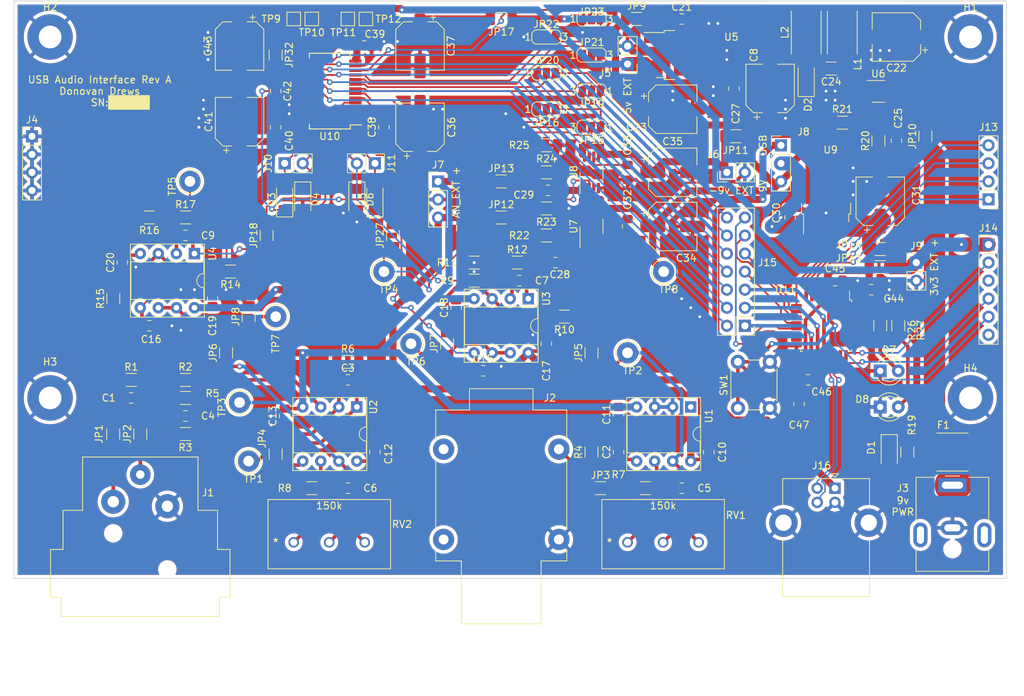
<source format=kicad_pcb>
(kicad_pcb (version 20211014) (generator pcbnew)
  (layers (0 "F.Cu" signal) (31 "B.Cu" signal) (34 "B.Paste" user) (35 "F.Paste" user) (36 "B.SilkS" user "B.Silkscreen") (37 "F.SilkS" user "F.Silkscreen") (38 "B.Mask" user) (39 "F.Mask" user) (44 "Edge.Cuts" user))
  (net 0 "")
  (net 1 "Net-(C1-Pad1)")
  (net 2 "Net-(C1-Pad2)")
  (net 3 "Net-(C2-Pad1)")
  (net 4 "GNDA")
  (net 5 "Net-(C3-Pad1)")
  (net 6 "Net-(C3-Pad2)")
  (net 7 "Net-(C4-Pad1)")
  (net 8 "Net-(C5-Pad1)")
  (net 9 "Net-(C5-Pad2)")
  (net 10 "Net-(C6-Pad1)")
  (net 11 "Net-(C6-Pad2)")
  (net 12 "INST_OUT")
  (net 13 "Net-(C7-Pad2)")
  (net 14 "Net-(C9-Pad1)")
  (net 15 "MIC_OUT")
  (net 16 "VAA")
  (net 17 "VSSA")
  (net 18 "VCOM_L")
  (net 19 "VCOM_R")
  (net 20 "Net-(C21-Pad1)")
  (net 21 "/Digital/USB_D_N")
  (net 22 "Net-(C22-Pad1)")
  (net 23 "+5VA")
  (net 24 "Net-(C24-Pad1)")
  (net 25 "Net-(C24-Pad2)")
  (net 26 "Net-(C25-Pad1)")
  (net 27 "Net-(C25-Pad2)")
  (net 28 "Net-(C28-Pad1)")
  (net 29 "Net-(C28-Pad2)")
  (net 30 "Net-(C29-Pad1)")
  (net 31 "Net-(C29-Pad2)")
  (net 32 "Net-(C30-Pad1)")
  (net 33 "Net-(C31-Pad1)")
  (net 34 "Net-(C32-Pad1)")
  (net 35 "Net-(C33-Pad1)")
  (net 36 "+9V")
  (net 37 "-9V")
  (net 38 "Net-(C36-Pad1)")
  (net 39 "Net-(C37-Pad1)")
  (net 40 "Net-(C40-Pad1)")
  (net 41 "Net-(C44-Pad1)")
  (net 42 "/Digital/RST_n")
  (net 43 "Net-(D1-Pad2)")
  (net 44 "/Digital/MIC_ADC")
  (net 45 "/Digital/INST_ADC")
  (net 46 "Net-(D7-Pad2)")
  (net 47 "Net-(D8-Pad2)")
  (net 48 "Net-(F1-Pad1)")
  (net 49 "Net-(J1-Pad2)")
  (net 50 "Net-(J1-Pad3)")
  (net 51 "Net-(J2-PadT)")
  (net 52 "USB_5V")
  (net 53 "+3V3")
  (net 54 "2V5A_M")
  (net 55 "2V5A_I")
  (net 56 "/Digital/PCM_RST_n")
  (net 57 "Net-(J13-Pad1)")
  (net 58 "Net-(J13-Pad2)")
  (net 59 "Net-(J13-Pad3)")
  (net 60 "Net-(J13-Pad4)")
  (net 61 "Net-(J14-Pad2)")
  (net 62 "GND")
  (net 63 "Net-(J14-Pad4)")
  (net 65 "/Digital/STM_CLIP_L")
  (net 66 "/Digital/CLIP_L")
  (net 67 "/Digital/STM_CLIP_R")
  (net 68 "/Digital/CLIP_R")
  (net 69 "/Digital/STM_PCM_RST_n")
  (net 70 "/Digital/STM_PCM_CLK")
  (net 71 "/Digital/PCM_CLK")
  (net 72 "/Digital/STM_I2S_WS")
  (net 73 "/Digital/I2S_WS")
  (net 74 "/Digital/STM_I2S_CLK")
  (net 75 "/Digital/I2S_CLK")
  (net 76 "/Digital/STM_I2S_SD")
  (net 77 "/Digital/I2S_SD")
  (net 78 "/Digital/USB_D_P")
  (net 79 "/Digital/ADC_5V")
  (net 80 "Net-(JP4-Pad2)")
  (net 81 "Net-(JP5-Pad2)")
  (net 82 "Net-(JP6-Pad2)")
  (net 83 "Net-(JP7-Pad1)")
  (net 84 "Net-(JP8-Pad1)")
  (net 85 "/Digital/FMT0")
  (net 86 "/Digital/FMT1")
  (net 87 "/Digital/PCM_S")
  (net 88 "/Digital/FS0")
  (net 89 "/Digital/FS1")
  (net 90 "/Digital/FS2")
  (net 91 "/Digital/HPFD")
  (net 92 "Net-(R10-Pad2)")
  (net 93 "Net-(R14-Pad2)")
  (net 94 "Net-(R26-Pad1)")
  (net 95 "Net-(R27-Pad1)")
  (footprint "Resistor_SMD:R_1206_3216Metric_Pad1.30x1.75mm_HandSolder" (layer "F.Cu") (at 151.13 137.16 180)
    (fp_text reference "R5")
    (fp_text value "50k")
  )
  (footprint "Package_DIP:DIP-8_W7.62mm_Socket" (layer "F.Cu") (at 152.4 116.84 -90)
    (fp_text reference "U4")
    (fp_text value "OPA2134")
  )
  (footprint "MountingHole:MountingHole_3.2mm_M3_Pad" (layer "F.Cu") (at 261.62 137.16)
    (fp_text reference "H4")
    (fp_text value "MountingHole_Pad")
  )
  (footprint "Connector_USB:USB_B_Lumberg_2411_02_Horizontal" (layer "F.Cu") (at 242.55 149.86 -90)
    (fp_text reference "J16")
    (fp_text value "USB_B")
  )
  (footprint "Package_DIP:DIP-8_W7.62mm_Socket" (layer "F.Cu") (at 222.25 138.43 -90)
    (fp_text reference "U1")
    (fp_text value "OPA2134")
  )
  (footprint "Inductor_SMD:L_Taiyo-Yuden_NR-40xx_HandSoldering" (layer "F.Cu") (at 243.58 85.72 -90)
    (fp_text reference "L1")
    (fp_text value "15u")
  )
  (footprint "Resistor_SMD:R_1206_3216Metric_Pad1.30x1.75mm_HandSolder" (layer "F.Cu") (at 195.58 106.68)
    (fp_text reference "JP13")
    (fp_text value "Jumper_2_Bridged")
  )
  (footprint "MountingHole:MountingHole_3.2mm_M3_Pad" (layer "F.Cu") (at 132.08 137.16)
    (fp_text reference "H3")
    (fp_text value "MountingHole_Pad")
  )
  (footprint "Resistor_SMD:R_1206_3216Metric_Pad1.30x1.75mm_HandSolder" (layer "F.Cu") (at 173.99 132.08)
    (fp_text reference "R6")
    (fp_text value "50k")
  )
  (footprint "Capacitor_SMD:C_0805_2012Metric_Pad1.18x1.45mm_HandSolder" (layer "F.Cu") (at 151.13 139.7 180)
    (fp_text reference "C4")
    (fp_text value "10p")
  )
  (footprint "Capacitor_SMD:C_0805_2012Metric_Pad1.18x1.45mm_HandSolder" (layer "F.Cu") (at 202.1625 107.95 180)
    (fp_text reference "C29")
    (fp_text value "10n")
  )
  (footprint "Resistor_SMD:R_1206_3216Metric_Pad1.30x1.75mm_HandSolder" (layer "F.Cu") (at 140.97 142.24 90)
    (fp_text reference "JP1")
    (fp_text value "Jumper_2_Bridged")
  )
  (footprint "Resistor_SMD:R_1206_3216Metric_Pad1.30x1.75mm_HandSolder" (layer "F.Cu") (at 201.93 110.49)
    (fp_text reference "R23")
    (fp_text value "123k")
  )
  (footprint "Connector_Audio:Jack_6.35mm_Neutrik_NMJ4HFD3_Horizontal" (layer "F.Cu") (at 203.695 144.375 -90)
    (fp_text reference "J2")
    (fp_text value "AudioJack2")
  )
  (footprint "Resistor_SMD:R_1206_3216Metric_Pad1.30x1.75mm_HandSolder" (layer "F.Cu") (at 151.13 142.24)
    (fp_text reference "R3")
    (fp_text value "500")
  )
  (footprint "Resistor_SMD:R_1206_3216Metric_Pad1.30x1.75mm_HandSolder" (layer "F.Cu") (at 251.46 127 -90)
    (fp_text reference "R27")
    (fp_text value "250")
  )
  (footprint "Capacitor_SMD:C_0805_2012Metric_Pad1.18x1.45mm_HandSolder" (layer "F.Cu") (at 228.34 93.6 -90)
    (fp_text reference "C27")
    (fp_text value "10n")
  )
  (footprint "Capacitor_SMD:C_0805_2012Metric_Pad1.18x1.45mm_HandSolder" (layer "F.Cu") (at 201.93 129.53 90)
    (fp_text reference "C17")
    (fp_text value "0.1u")
  )
  (footprint "Capacitor_SMD:C_0805_2012Metric_Pad1.18x1.45mm_HandSolder" (layer "F.Cu") (at 213.36 113.03 -90)
    (fp_text reference "C32")
    (fp_text value "10n")
  )
  (footprint "Jumper:SolderJumper-3_P1.3mm_Open_RoundedPad1.0x1.5mm_NumberLabels" (layer "F.Cu") (at 208.28 99.06 180)
    (fp_text reference "JP15")
    (fp_text value "FMT0")
  )
  (footprint "Capacitor_SMD:CP_Elec_6.3x5.2" (layer "F.Cu") (at 219.71 113.03)
    (fp_text reference "C34")
    (fp_text value "10u")
  )
  (footprint "Resistor_SMD:R_1206_3216Metric_Pad1.30x1.75mm_HandSolder" (layer "F.Cu") (at 191.77 118.11 180)
    (fp_text reference "R11")
    (fp_text value "5k")
  )
  (footprint "Resistor_SMD:R_1206_3216Metric_Pad1.30x1.75mm_HandSolder" (layer "F.Cu") (at 144.78 142.24 90)
    (fp_text reference "JP2")
    (fp_text value "Jumper_2_Bridged")
  )
  (footprint "Capacitor_SMD:CP_Elec_6.3x5.2" (layer "F.Cu") (at 233.42 93.6 90)
    (fp_text reference "C8")
    (fp_text value "22u")
  )
  (footprint "Package_QFP:LQFP-32_7x7mm_P0.8mm" (layer "F.Cu") (at 241.3 127 -90)
    (fp_text reference "U11")
    (fp_text value "STM32F042K6Tx")
  )
  (footprint "Resistor_SMD:R_1206_3216Metric_Pad1.30x1.75mm_HandSolder" (layer "F.Cu") (at 248.92 118.745)
    (fp_text reference "JP33")
    (fp_text value "Jumper_2_Bridged")
  )
  (footprint "Capacitor_SMD:C_0805_2012Metric_Pad1.18x1.45mm_HandSolder" (layer "F.Cu") (at 151.14 114.29)
    (fp_text reference "C9")
    (fp_text value "10p")
  )
  (footprint "Package_TO_SOT_SMD:TO-252-2" (layer "F.Cu") (at 220.98 88.9)
    (fp_text reference "U5")
    (fp_text value "L4931")
  )
  (footprint "Capacitor_SMD:CP_Elec_6.3x5.2" (layer "F.Cu") (at 248.92 109.48 90)
    (fp_text reference "C31")
    (fp_text value "2.2u")
  )
  (footprint "LED_THT:LED_D3.0mm" (layer "F.Cu") (at 248.92 133.35)
    (fp_text reference "D7")
    (fp_text value "CLIP_M")
  )
  (footprint "Library:PDB181-K420F-103A2" (layer "F.Cu") (at 166.37 157.48)
    (fp_text reference "RV2")
    (fp_text value "150k")
  )
  (footprint "Resistor_SMD:R_1206_3216Metric_Pad1.30x1.75mm_HandSolder" (layer "F.Cu") (at 151.13 134.62)
    (fp_text reference "R2")
    (fp_text value "500")
  )
  (footprint "Package_DIP:DIP-8_W7.62mm_Socket" (layer "F.Cu") (at 199.38 123.19 -90)
    (fp_text reference "U3")
    (fp_text value "OPA2134")
  )
  (footprint "Capacitor_SMD:C_0805_2012Metric_Pad1.18x1.45mm_HandSolder" (layer "F.Cu") (at 173.99 134.62)
    (fp_text reference "C3")
    (fp_text value "10p")
  )
  (footprint "Capacitor_SMD:C_0805_2012Metric_Pad1.18x1.45mm_HandSolder" (layer "F.Cu") (at 242.57 120.65)
    (fp_text reference "C45")
    (fp_text value "0.1u")
  )
  (footprint "Package_SO:SSOP-28_5.3x10.2mm_P0.65mm" (layer "F.Cu") (at 171.45 93.98 180)
    (fp_text reference "U10")
    (fp_text value "PCM4202")
  )
  (footprint "TestPoint:TestPoint_Pad_1.5x1.5mm" (layer "F.Cu") (at 176.53 83.82 180)
    (fp_text reference "TP12")
    (fp_text value "TestPoint")
  )
  (footprint "Resistor_SMD:R_1206_3216Metric_Pad1.30x1.75mm_HandSolder" (layer "F.Cu") (at 248.92 116.205)
    (fp_text reference "JP14")
    (fp_text value "Jumper_2_Bridged")
  )
  (footprint "Diode_SMD:D_1206_3216Metric_Pad1.42x1.75mm_HandSolder" (layer "F.Cu") (at 167.64 109.22 -90)
    (fp_text reference "D4")
    (fp_text value "D_Schottky")
  )
  (footprint "Resistor_SMD:R_1206_3216Metric_Pad1.30x1.75mm_HandSolder" (layer "F.Cu") (at 195.58 111.76)
    (fp_text reference "JP12")
    (fp_text value "Jumper_2_Bridged")
  )
  (footprint "Diode_SMD:D_1206_3216Metric_Pad1.42x1.75mm_HandSolder" (layer "F.Cu") (at 175.26 109.22 -90)
    (fp_text reference "D6")
    (fp_text value "D_Schottky")
  )
  (footprint "Resistor_SMD:R_1206_3216Metric_Pad1.30x1.75mm_HandSolder" (layer "F.Cu") (at 191.77 120.65)
    (fp_text reference "R9")
    (fp_text value "5k")
  )
  (footprint "LED_THT:LED_D3.0mm" (layer "F.Cu") (at 248.92 138.43)
    (fp_text reference "D8")
    (fp_text value "CLIP_I")
  )
  (footprint "Capacitor_SMD:CP_Elec_6.3x5.2" (layer "F.Cu") (at 158.75 98.28 90)
    (fp_text reference "C41")
    (fp_text value "33u")
  )
  (footprint "Capacitor_SMD:C_0805_2012Metric_Pad1.18x1.45mm_HandSolder" (layer "F.Cu") (at 143.51 137.16)
    (fp_text reference "C1")
    (fp_text value "10n")
  )
  (footprint "TestPoint:TestPoint_Loop_D2.54mm_Drill1.5mm_Beaded" (layer "F.Cu") (at 158.75 137.795 -90)
    (fp_text reference "TP3")
    (fp_text value "ADJ_OUT_M")
  )
  (footprint "Resistor_SMD:R_1206_3216Metric_Pad1.30x1.75mm_HandSolder" (layer "F.Cu") (at 151.14 111.75)
    (fp_text reference "R17")
    (fp_text value "5k")
  )
  (footprint "Capacitor_SMD:C_0805_2012Metric_Pad1.18x1.45mm_HandSolder" (layer "F.Cu") (at 179.07 99.06 90)
    (fp_text reference "C38")
    (fp_text value "0.1u")
  )
  (footprint "Connector_PinHeader_2.54mm:PinHeader_1x04_P2.54mm_Vertical" (layer "F.Cu") (at 264.16 109.22 180)
    (fp_text reference "J13")
    (fp_text value "Test Headers")
  )
  (footprint "Library:PDB181-K420F-103A2" (layer "F.Cu") (at 213.36 157.48)
    (fp_text reference "RV1")
    (fp_text value "150k")
  )
  (footprint "TestPoint:TestPoint_Loop_D2.54mm_Drill1.5mm_Beaded" (layer "F.Cu") (at 163.84 125.72 -90)
    (fp_text reference "TP7")
    (fp_text value "M_BIAS")
  )
  (footprint "Capacitor_SMD:C_0805_2012Metric_Pad1.18x1.45mm_HandSolder" (layer "F.Cu") (at 247.65 121.92)
    (fp_text reference "C44")
    (fp_text value "0.1u")
  )
  (footprint "TestPoint:TestPoint_Loop_D2.54mm_Drill1.5mm_Beaded" (layer "F.Cu") (at 213.36 130.81)
    (fp_text reference "TP2")
    (fp_text value "ADJ_OUT_I")
  )
  (footprint "Connector_PinHeader_2.54mm:PinHeader_1x02_P2.54mm_Vertical" (layer "F.Cu") (at 165.1 104.14 90)
    (fp_text reference "J10")
    (fp_text value "MIC_EXT")
  )
  (footprint "Resistor_SMD:R_1206_3216Metric_Pad1.30x1.75mm_HandSolder" (layer "F.Cu") (at 208.28 144.78 90)
    (fp_text reference "R4")
    (fp_text value "1M")
  )
  (footprint "Connector_BarrelJack:BarrelJack_CUI_PJ-063AH_Horizontal" (layer "F.Cu") (at 259.08 149.44)
    (fp_text reference "J3")
    (fp_text value "EXT_9V")
  )
  (footprint "Resistor_SMD:R_1206_3216Metric_Pad1.30x1.75mm_HandSolder" (layer "F.Cu") (at 162.56 114.3 90)
    (fp_text reference "JP18")
    (fp_text value "Jumper_2_Bridged")
  )
  (footprint "Resistor_SMD:R_1206_3216Metric_Pad1.30x1.75mm_HandSolder" (layer "F.Cu") (at 214.63 83.82)
    (fp_text reference "JP9")
    (fp_text value "Jumper_2_Bridged")
  )
  (footprint "Jumper:SolderJumper-3_P1.3mm_Open_RoundedPad1.0x1.5mm_NumberLabels" (layer "F.Cu") (at 208.28 83.82)
    (fp_text reference "JP23")
    (fp_text value "HPFD_n")
  )
  (footprint "Jumper:SolderJumper-3_P1.3mm_Open_RoundedPad1.0x1.5mm_NumberLabels" (layer "F.Cu") (at 201.93 86.36)
    (fp_text reference "JP22")
    (fp_text value "FS2_n")
  )
  (footprint "Connector_PinHeader_2.54mm:PinHeader_1x02_P2.54mm_Vertical" (layer "F.Cu") (at 227.33 105.41 90)
    (fp_text reference "J6")
    (fp_text value "EXT_INV")
  )
  (footprint "Connector_Audio:Jack_XLR_Neutrik_NC3FAAH-0_Horizontal" (layer "F.Cu") (at 148.59 152.4 -90)
    (fp_text reference "J1")
    (fp_text value "XLR3")
  )
  (footprint "TestPoint:TestPoint_Loop_D2.54mm_Drill1.5mm_Beaded" (layer "F.Cu") (at 179.07 119.38)
    (fp_text reference "TP4")
    (fp_text value "BIAS_OUT_I")
  )
  (footprint "TestPoint:TestPoint_Loop_D2.54mm_Drill1.5mm_Beaded" (layer "F.Cu") (at 160.02 146.05)
    (fp_text reference "TP1")
    (fp_text value "DIFF_OUT_M")
  )
  (footprint "Capacitor_SMD:C_0805_2012Metric_Pad1.18x1.45mm_HandSolder" (layer "F.Cu") (at 251.2 100.96 90)
    (fp_text reference "C25")
    (fp_text value "220p")
  )
  (footprint "Capacitor_SMD:C_0805_2012Metric_Pad1.18x1.45mm_HandSolder" (layer "F.Cu") (at 198.12 120.65 180)
    (fp_text reference "C7")
    (fp_text value "10p")
  )
  (footprint "TestPoint:TestPoint_Pad_1.5x1.5mm" (layer "F.Cu") (at 166.37 83.82 180)
    (fp_text reference "TP9")
    (fp_text value "TestPoint")
  )
  (footprint "Connector_PinHeader_2.54mm:PinHeader_1x03_P2.54mm_Vertical" (layer "F.Cu") (at 234.95 101.615)
    (fp_text reference "J8")
    (fp_text value "D_PWR_SEL")
  )
  (footprint "Capacitor_SMD:C_0805_2012Metric_Pad1.18x1.45mm_HandSolder" (layer "F.Cu") (at 212.09 144.78 90)
    (fp_text reference "C2")
    (fp_text value "10n")
  )
  (footprint "Resistor_SMD:R_1206_3216Metric_Pad1.30x1.75mm_HandSolder" (layer "F.Cu") (at 201.93 114.3 180)
    (fp_text reference "R22")
    (fp_text value "604k")
  )
  (footprint "Resistor_SMD:R_1206_3216Metric_Pad1.30x1.75mm_HandSolder" (layer "F.Cu") (at 168.91 149.86 180)
    (fp_text reference "R8")
    (fp_text value "500")
  )
  (footprint "Resistor_SMD:R_1206_3216Metric_Pad1.30x1.75mm_HandSolder" (layer "F.Cu") (at 201.93 101.6)
    (fp_text reference "R25")
    (fp_text value "123k")
  )
  (footprint "Package_DIP:DIP-8_W7.62mm_Socket" (layer "F.Cu") (at 175.26 138.43 -90)
    (fp_text reference "U2")
    (fp_text value "OPA2134")
  )
  (footprint "Connector_PinHeader_2.54mm:PinHeader_1x02_P2.54mm_Vertical" (layer "F.Cu") (at 177.8 104.14 -90)
    (fp_text reference "J11")
    (fp_text value "INST_EXT")
  )
  (footprint "Capacitor_SMD:C_0805_2012Metric_Pad1.18x1.45mm_HandSolder" (layer "F.Cu") (at 176.2975 87.63)
    (fp_text reference "C39")
    (fp_text value "0.1u")
  )
  (footprint "Resistor_SMD:R_1206_3216Metric_Pad1.30x1.75mm_HandSolder" (layer "F.Cu") (at 160.03 125.72 90)
    (fp_text reference "JP8")
    (fp_text value "Jumper_2_Bridged")
  )
  (footprint "Resistor_SMD:R_1206_3216Metric_Pad1.30x1.75mm_HandSolder" (layer "F.Cu") (at 208.28 130.81 90)
    (fp_text reference "JP5")
    (fp_text value "Jumper_2_Bridged")
  )
  (footprint "Connector_PinHeader_2.54mm:PinHeader_1x04_P2.54mm_Vertical" (layer "F.Cu") (at 129.54 100.34)
    (fp_text reference "J4")
    (fp_text value "PROBE_GND")
  )
  (footprint "Connector_PinHeader_2.54mm:PinHeader_1x02_P2.54mm_Vertical" (layer "F.Cu") (at 213.36 90.17 180)
    (fp_text reference "J5")
    (fp_text value "EXT_5VA")
  )
  (footprint "Resistor_SMD:R_1206_3216Metric_Pad1.30x1.75mm_HandSolder" (layer "F.Cu") (at 197.84 118.11)
    (fp_text reference "R12")
    (fp_text value "5k")
  )
  (footprint "Resistor_SMD:R_1206_3216Metric_Pad1.30x1.75mm_HandSolder" (layer "F.Cu") (at 255.27 100.33 90)
    (fp_text reference "JP10")
    (fp_text value "Jumper_2_Bridged")
  )
  (footprint "Capacitor_SMD:C_0805_2012Metric_Pad1.18x1.45mm_HandSolder" (layer "F.Cu") (at 220.98 83.82)
    (fp_text reference "C21")
    (fp_text value "0.1u")
  )
  (footprint "Connector_PinHeader_2.54mm:PinHeader_1x06_P2.54mm_Vertical" (layer "F.Cu") (at 264.16 115.57)
    (fp_text reference "J14")
    (fp_text value "SWD")
  )
  (footprint "Resistor_SMD:R_1206_3216Metric_Pad1.30x1.75mm_HandSolder" (layer "F.Cu") (at 143.51 134.62)
    (fp_text reference "R1")
    (fp_text value "1M")
  )
  (footprint "Inductor_SMD:L_Taiyo-Yuden_NR-40xx_HandSoldering" (layer "F.Cu") (at 238.5 85.72 90)
    (fp_text reference "L2")
    (fp_text value "15u")
  )
  (footprint "TestPoint:TestPoint_Pad_1.5x1.5mm" (layer "F.Cu") (at 168.91 83.82 180)
    (fp_text reference "TP10")
    (fp_text value "TestPoint")
  )
  (footprint "Diode_SMD:D_1206_3216Metric_Pad1.42x1.75mm_HandSolder" (layer "F.Cu") (at 165.1 109.22 90)
    (fp_text reference "D3")
    (fp_text value "D_Schottky")
  )
  (footprint "MountingHole:MountingHole_3.2mm_M3_Pad" (layer "F.Cu") (at 261.62 86.36)
    (fp_text reference "H1")
    (fp_text value "MountingHole_Pad")
  )
  (footprint "Resistor_SMD:R_1206_3216Metric_Pad1.30x1.75mm_HandSolder" (layer "F.Cu") (at 209.55 149.86)
    (fp_text reference "JP3")
    (fp_text value "Jumper_2_Bridged")
  )
  (footprint "Resistor_SMD:R_1206_3216Metric_Pad1.30x1.75mm_HandSolder" (layer "F.Cu") (at 180.34 114.3 90)
    (fp_text reference "JP27")
    (fp_text value "Jumper_2_Bridged")
  )
  (footprint "Package_TO_SOT_SMD:TO-252-2" (layer "F.Cu") (at 241.3 108.78 90)
    (fp_text reference "U9")
    (fp_text value "L4931")
  )
  (footprint "Capacitor_SMD:C_0805_2012Metric_Pad1.18x1.45mm_HandSolder" (layer "F.Cu") (at 213.36 105.41 -90)
    (fp_text reference "C33")
    (fp_text value "10n")
  )
  (footprint "Resistor_SMD:R_1206_3216Metric_Pad1.30x1.75mm_HandSolder" (layer "F.Cu") (at 163.83 145.06 -90)
    (fp_text reference "JP4")
    (fp_text value "Jumper_2_Bridged")
  )
  (footprint "LED_SMD:LED_1206_3216Metric_Pad1.42x1.75mm_HandSolder" (layer "F.Cu") (at 250.19 144.78 -90)
    (fp_text reference "D1")
    (fp_text value "LED")
  )
  (footprint "Resistor_SMD:R_1206_3216Metric_Pad1.30x1.75mm_HandSolder" (layer "F.Cu") (at 252.73 144.78 -90)
    (fp_text reference "R19")
    (fp_text value "1k4")
  )
  (footprint "Capacitor_SMD:C_1206_3216Metric_Pad1.33x1.80mm_HandSolder" (layer "F.Cu") (at 242.0175 90.8 180)
    (fp_text reference "C24")
    (fp_text value "1u")
  )
  (footprint "Capacitor_SMD:CP_Elec_6.3x5.2" (layer "F.Cu") (at 184.15 99.06 90)
    (fp_text reference "C36")
    (fp_text value "33u")
  )
  (footprint "Jumper:SolderJumper-3_P1.3mm_Open_RoundedPad1.0x1.5mm_NumberLabels" (layer "F.Cu") (at 208.28 93.98 180)
    (fp_text reference "JP19")
    (fp_text value "PCM_S")
  )
  (footprint "Resistor_SMD:R_1206_3216Metric_Pad1.30x1.75mm_HandSolder" (layer "F.Cu") (at 204.47 125.72 180)
    (fp_text reference "R10")
    (fp_text value "5k")
  )
  (footprint "Capacitor_SMD:C_0805_2012Metric_Pad1.18x1.45mm_HandSolder" (layer "F.Cu") (at 142.25 118.1 90)
    (fp_text reference "C20")
    (fp_text value "0.1u")
  )
  (footprint "Capacitor_SMD:C_0805_2012Metric_Pad1.18x1.45mm_HandSolder" (layer "F.Cu") (at 173.99 149.86 180)
    (fp_text reference "C6")
    (fp_text value "10p")
  )
  (footprint "Resistor_SMD:R_1206_3216Metric_Pad1.30x1.75mm_HandSolder" (layer "F.Cu") (at 146.06 111.75 180)
    (fp_text reference "R16")
    (fp_text value "5k")
  )
  (footprint "Capacitor_SMD:CP_Elec_6.3x5.2" (layer "F.Cu") (at 219.71 96.52)
    (fp_text reference "C23")
    (fp_text value "2.2u")
  )
  (footprint "Capacitor_SMD:C_0805_2012Metric_Pad1.18x1.45mm_HandSolder" (layer "F.Cu") (at 165.1 139.7 90)
    (fp_text reference "C13")
    (fp_text value "0.1u")
  )
  (footprint "Resistor_SMD:R_1206_3216Metric_Pad1.30x1.75mm_HandSolder" (layer "F.Cu") (at 195.58 83.82 180)
    (fp_text reference "JP17")
    (fp_text value "Jumper_2_Bridged")
  )
  (footprint "Capacitor_SMD:C_0805_2012Metric_Pad1.18x1.45mm_HandSolder" (layer "F.Cu") (at 177.8 144.78 90)
    (fp_text reference "C12")
    (fp_text value "0.1u")
  )
  (footprint "Capacitor_SMD:C_0805_2012Metric_Pad1.18x1.45mm_HandSolder" (layer "F.Cu") (at 163.83 99.06 90)
    (fp_text reference "C40")
    (fp_text value "0.1u")
  )
  (footprint "Connector_PinHeader_2.54mm:PinHeader_1x02_P2.54mm_Vertical" (layer "F.Cu") (at 254 118.11)
    (fp_text reference "J9")
    (fp_text value "EXT_DIGITAL")
  )
  (footprint "TestPoint:TestPoint_Loop_D2.54mm_Drill1.5mm_Beaded" (layer "F.Cu") (at 182.88 129.53)
    (fp_text reference "TP6")
    (fp_text value "I_BIAS")
  )
  (footprint "Capacitor_SMD:CP_Elec_6.3x5.2" (layer "F.Cu") (at 219.71 105.41)
    (fp_text reference "C35")
    (fp_text value "10u")
  )
  (footprint "Capacitor_SMD:C_0805_2012Metric_Pad1.18x1.45mm_HandSolder" (layer "F.Cu") (at 146.05 127)
    (fp_text reference "C16")
    (fp_text value "0.1u")
  )
  (footprint "Resistor_SMD:R_1206_3216Metric_Pad1.30x1.75mm_HandSolder" (layer "F.Cu") (at 248.92 127 -90)
    (fp_text reference "R26")
    (fp_text value "250")
  )
  (footprint "Resistor_SMD:R_1206_3216Metric_Pad1.30x1.75mm_HandSolder" (layer "F.Cu") (at 157.49 119.37 180)
    (fp_text reference "R14")
    (fp_text value "5k")
  )
  (footprint "Resistor_SMD:R_1206_3216Metric_Pad1.30x1.75mm_HandSolder" (layer "F.Cu") (at 201.93 105.41 180)
    (fp_text reference "R24")
    (fp_text value "604k")
  )
  (footprint "Capacitor_SMD:C_0805_2012Metric_Pad1.18x1.45mm_HandSolder" (layer "F.Cu") (at 193.04 133.34)
    (fp_text reference "C15")
    (fp_text value "0.1u")
  )
  (footprint "Diode_SMD:D_1206_3216Metric_Pad1.42x1.75mm_HandSolder" (layer "F.Cu") (at 177.8 109.22 90)
    (fp_text reference "D5")
    (fp_text value "D_Schottky")
  )
  (footprint "Capacitor_SMD:CP_Elec_6.3x5.2" (layer "F.Cu") (at 184.15 87.63 -90)
    (fp_text reference "C37")
    (fp_text value "33u")
  )
  (footprint "Diode_SMD:D_1206_3216Metric_Pad1.42x1.75mm_HandSolder" (layer "F.Cu") (at 238.5 92.2875 90)
    (fp_text reference "D2")
    (fp_text value "D_Schottky")
  )
  (footprint "Resistor_SMD:R_1206_3216Metric_Pad1.30x1.75mm_HandSolder" (layer "F.Cu") (at 243.58 98.42 180)
    (fp_text reference "R21")
    (fp_text value "10k")
  )
  (footprint "Capacitor_SMD:C_0805_2012Metric_Pad1.18x1.45mm_HandSolder" (layer "F.Cu") (at 220.98 149.86 180)
    (fp_text reference "C5")
    (fp_text value "10p")
  )
  (footprint "TestPoint:TestPoint_Loop_D2.54mm_Drill1.5mm_Beaded" (layer "F.Cu") (at 218.44 119.38)
    (fp_text reference "TP8")
    (fp_text value "9V")
  )
  (footprint "Jumper:SolderJumper-3_P1.3mm_Open_RoundedPad1.0x1.5mm_NumberLabels" (layer "F.Cu") (at 208.28 88.9)
    (fp_text reference "JP21")
    (fp_text value "FS1_n")
  )
  (footprint "Capacitor_SMD:C_0805_2012Metric_Pad1.18x1.45mm_HandSolder" (layer "F.Cu") (at 163.83 93.98 -90)
    (fp_text reference "C42")
    (fp_text value "0.1u")
  )
  (footprint "Fuse:Fuse_2920_7451Metric_Pad2.10x5.45mm_HandSolder" (layer "F.Cu") (at 259.08 144.78 180)
    (fp_text reference "F1")
    (fp_text value "Polyfuse")
  )
  (footprint "Connector_PinHeader_2.54mm:PinHeader_1x03_P2.54mm_Vertical" (layer "F.Cu") (at 186.69 106.695)
    (fp_text reference "J7")
    (fp_text value "EXT_ANALOG")
  )
  (footprint "Jumper:SolderJumper-3_P1.3mm_Open_RoundedPad1.0x1.5mm_NumberLabels" (layer "F.Cu") (at 201.93 96.52)
    (fp_text reference "JP16")
    (fp_text value "FMT1_n")
  )
  (footprint "Resistor_SMD:R_1206_3216Metric_Pad1.30x1.75mm_HandSolder" (layer "F.Cu") (at 187.96 129.53 90)
    (fp_text reference "JP7")
    (fp_text value "Jumper_2_Bridged")
  )
  (footprint "Capacitor_SMD:C_0805_2012Metric_Pad1.18x1.45mm_HandSolder" (layer "F.Cu") (at 212.09 139.4675 90)
    (fp_text reference "C11")
    (fp_text value "0.1u")
  )
  (footprint "Capacitor_SMD:C_0805_2012Metric_Pad1.18x1.45mm_HandSolder" (layer "F.Cu") (at 236.22 111.76 90)
    (fp_text reference "C30")
    (fp_text value "0.1u")
  )
  (footprint "Button_Switch_THT:SW_PUSH_6mm" (layer "F.Cu") (at 228.89 138.58 90)
    (fp_text reference "SW1")
    (fp_text value "SW_Push")
  )
  (footprint "Resistor_SMD:R_1206_3216Metric_Pad1.30x1.75mm_HandSolder" (layer "F.Cu") (at 228.6 100.33 180)
    (fp_text reference "JP11")
    (fp_text value "Jumper_2_Bridged")
  )
  (footprint "Package_SO:VSSOP-8_3.0x3.0mm_P0.65mm" (layer "F.Cu") (at 208.28 105.41 90)
    (fp_text reference "U8")
    (fp_text value "TPS7A30")
  )
  (footprint "Package_SO:VSSOP-8_3.0x3.0mm_P0.65mm" (layer "F.Cu") (at 208.28 113.03 90)
    (fp_text reference "U7")
    (fp_text value "TPS7A49")
  )
  (footprint "TestPoint:TestPoint_Pad_1.5x1.5mm" (layer "F.Cu") (at 173.99 83.82 180)
    (fp_text reference "TP11")
    (fp_text value "TestPoint")
  )
  (footprint "Capacitor_SMD:C_0805_2012Metric_Pad1.18x1.45mm_HandSolder" (layer "F.Cu") (at 203.2 118.11 180)
    (fp_text reference "C28")
    (fp_text value "10n")
  )
  (footprint "Capacitor_SMD:C_0805_2012Metric_Pad1.18x1.45mm_HandSolder" (layer "F.Cu") (at 154.95 123.18 90)
    (fp_text reference "C19")
    (fp_text value "0.1u")
  )
  (footprint "Connector_PinHeader_2.54mm:PinHeader_2x07_P2.54mm_Vertical" (layer "F.Cu") (at 229.875 127.005 180)
    (fp_text reference "J15")
    (fp_text value "PCM_Jumper")
  )
  (footprint "Capacitor_SMD:C_0805_2012Metric_Pad1.18x1.45mm_HandSolder" (layer "F.Cu") (at 238.76 134.62 180)
    (fp_text reference "C46")
    (fp_text value "0.1u")
  )
  (footprint "Resistor_SMD:R_1206_3216Metric_Pad1.30x1.75mm_HandSolder" (layer "F.Cu") (at 156.845 130.81 90)
    (fp_text reference "JP6")
    (fp_text value "Jumper_2_Bridged")
  )
  (footprint "MountingHole:MountingHole_3.2mm_M3_Pad" (layer "F.Cu") (at 132.08 86.36)
    (fp_text reference "H2")
    (fp_text value "MountingHole_Pad")
  )
  (footprint "Resistor_SMD:R_1206_3216Metric_Pad1.30x1.75mm_HandSolder" (layer "F.Cu") (at 215.9 149.86 180)
    (fp_text reference "R7")
    (fp_text value "500")
  )
  (footprint "Capacitor_SMD:C_0805_2012Metric_Pad1.18x1.45mm_HandSolder" (layer "F.Cu") (at 189.23 124.45 90)
    (fp_text reference "C18")
    (fp_text value "0.1u")
  )
  (footprint "Capacitor_SMD:C_0805_2012Metric_Pad1.18x1.45mm_HandSolder" (layer "F.Cu") (at 237.49 138.0275 -90)
    (fp_text reference "C47")
    (fp_text value "0.1u")
  )
  (footprint "Resistor_SMD:R_1206_3216Metric_Pad1.30x1.75mm_HandSolder" (layer "F.Cu") (at 248.66 100.96 90)
    (fp_text reference "R20")
    (fp_text value "60k")
  )
  (footprint "Package_TO_SOT_SMD:TSOT-23-5_HandSoldering" (layer "F.Cu") (at 248.66 93.98)
    (fp_text reference "U6")
    (fp_text value "LT1931")
  )
  (footprint "Capacitor_SMD:CP_Elec_6.3x5.2" (layer "F.Cu") (at 251.2 86.36 180)
    (fp_text reference "C22")
    (fp_text value "4.7u")
  )
  (footprint "Capacitor_SMD:CP_Elec_6.3x5.2" (layer "F.Cu") (at 158.75 87.63 -90)
    (fp_text reference "C43")
    (fp_text value "33u")
  )
  (footprint "Jumper:SolderJumper-3_P1.3mm_Open_RoundedPad1.0x1.5mm_NumberLabels" (layer "F.Cu") (at 201.93 91.44)
    (fp_text reference "JP20")
    (fp_text value "FS0_n")
  )
  (footprint "TestPoint:TestPoint_Loop_D2.54mm_Drill1.5mm_Beaded" (layer "F.Cu") (at 151.765 106.68 -90)
    (fp_text reference "TP5")
    (fp_text value "BIAS_OUT_M")
  )
  (footprint "Resistor_SMD:R_1206_3216Metric_Pad1.30x1.75mm_HandSolder" (layer "F.Cu") (at 140.98 123.18 90)
    (fp_text reference "R15")
    (fp_text value "5k")
  )
  (footprint "Capacitor_SMD:C_0805_2012Metric_Pad1.18x1.45mm_HandSolder" (layer "F.Cu") (at 224.79 144.78 90)
    (fp_text reference "C10")
    (fp_text value "0.1u")
  )
  (footprint "Resistor_SMD:R_1206_3216Metric_Pad1.30x1.75mm_HandSolder" (layer "F.Cu") (at 163.83 88.9 90)
    (fp_text reference "JP32")
    (fp_text value "Jumper_2_Bridged")
  )
  (gr_rect (start 140.335 94.615) (end 146.05 96.52) (layer "F.SilkS") (width 0.15) (fill solid))
  (gr_line (start 127 162.56) (end 127 81.28) (layer "Edge.Cuts") (width 0.1))
  (gr_line (start 266.7 81.28) (end 127 81.28) (layer "Edge.Cuts") (width 0.1))
  (gr_line (start 266.7 162.56) (end 266.7 81.28) (layer "Edge.Cuts") (width 0.1))
  (gr_line (start 127 162.56) (end 266.7 162.56) (layer "Edge.Cuts") (width 0.1))
  (gr_text "5v EXT" (at 213.36 94.615 90) (layer "F.SilkS") (effects (font (size 1 1))))
  (gr_text "3v3 EXT +" (at 256.54 118.745 90) (layer "F.SilkS") (effects (font (size 1 1))))
  (gr_text "USB Audio Interface Rev A\nDonovan Drews\nSN:" (at 139.065 93.98) (layer "F.SilkS") (effects (font (size 1 1))))
  (gr_text "- AN_EXT +" (at 189.23 109.22 90) (layer "F.SilkS") (effects (font (size 1 1))))
  (gr_text "-9v EXT" (at 227.965 107.95) (layer "F.SilkS") (effects (font (size 1 1))))
  (gr_text "9v\nPWR" (at 252.095 152.4) (layer "F.SilkS") (effects (font (size 1 1))))
  (gr_text "9V" (at 232.41 107.315 90) (layer "F.SilkS") (effects (font (size 1 1))))
  (gr_text "USB" (at 232.41 101.6 90) (layer "F.SilkS") (effects (font (size 1 1))))
  (segment (start 148.25548 133.29548) (end 143.28452 133.29548) (width 0.5) (layer "F.Cu") (net 1))
  (segment (start 142.4725 137.16) (end 142.4725 139.1875) (width 0.5) (layer "F.Cu") (net 1))
  (segment (start 143.28452 133.29548) (end 141.96 134.62) (width 0.5) (layer "F.Cu") (net 1))
  (segment (start 149.58 134.62) (end 148.25548 133.29548) (width 0.5) (layer "F.Cu") (net 1))
  (segment (start 142.4725 139.1875) (end 140.97 140.69) (width 0.5) (layer "F.Cu") (net 1))
  (segment (start 142.4725 135.1325) (end 141.96 134.62) (width 0.5) (layer "F.Cu") (net 1))
  (segment (start 142.4725 137.16) (end 142.4725 135.1325) (width 0.5) (layer "F.Cu") (net 1))
  (segment (start 144.78 140.69) (end 144.78 137.3925) (width 0.5) (layer "F.Cu") (net 2))
  (segment (start 144.5475 135.1325) (end 145.06 134.62) (width 0.5) (layer "F.Cu") (net 2))
  (segment (start 144.78 137.3925) (end 144.5475 137.16) (width 0.5) (layer "F.Cu") (net 2))
  (segment (start 146.33 142.24) (end 144.78 140.69) (width 0.5) (layer "F.Cu") (net 2))
  (segment (start 144.5475 137.16) (end 144.5475 135.1325) (width 0.5) (layer "F.Cu") (net 2))
  (segment (start 149.58 142.24) (end 146.33 142.24) (width 0.5) (layer "F.Cu") (net 2))
  (segment (start 212.09 145.8175) (end 214.3975 145.8175) (width 0.5) (layer "F.Cu") (net 3))
  (segment (start 214.3975 145.8175) (end 214.63 146.05) (width 0.5) (layer "F.Cu") (net 3))
  (segment (start 211.1 149.86) (end 211.1 146.8075) (width 0.5) (layer "F.Cu") (net 3))
  (segment (start 211.5775 146.33) (end 212.09 145.8175) (width 0.5) (layer "F.Cu") (net 3))
  (segment (start 211.1 146.8075) (end 212.09 145.8175) (width 0.5) (layer "F.Cu") (net 3))
  (segment (start 208.28 146.33) (end 211.5775 146.33) (width 0.5) (layer "F.Cu") (net 3))
  (segment (start 222.65048 88.47048) (end 223.08 88.9) (width 1) (layer "F.Cu") (net 4))
  (segment (start 206.98 89.505) (end 206.98 88.9) (width 0.25) (layer "F.Cu") (net 4))
  (segment (start 200.63 90.835) (end 202.565 88.9) (width 0.25) (layer "F.Cu") (net 4))
  (segment (start 176.295 90.405) (end 176.53 90.17) (width 0.25) (layer "F.Cu") (net 4))
  (segment (start 203.2 103.505) (end 203.2 101.88) (width 0.5) (layer "F.Cu") (net 4))
  (segment (start 248.6875 121.92) (end 248.6875 122.1525) (width 0.5) (layer "F.Cu") (net 4))
  (segment (start 202.565 88.9) (end 206.98 88.9) (width 0.25) (layer "F.Cu") (net 4))
  (segment (start 209.55 92.075) (end 206.98 89.505) (width 0.25) (layer "F.Cu") (net 4))
  (segment (start 206.98 94.645) (end 206.98 93.98) (width 0.25) (layer "F.Cu") (net 4))
  (segment (start 206.98 85.695) (end 207.01 85.725) (width 0.25) (layer "F.Cu") (net 4))
  (segment (start 195.58 132.715) (end 194.7025 132.715) (width 0.5) (layer "F.Cu") (net 4))
  (segment (start 203.2 101.88) (end 203.48 101.6) (width 0.5) (layer "F.Cu") (net 4))
  (segment (start 223.809511 106.709511) (end 228.570489 106.709511) (width 0.5) (layer "F.Cu") (net 4))
  (segment (start 196.215 97.155) (end 198.12 95.25) (width 0.25) (layer "F.Cu") (net 4))
  (segment (start 194.7025 132.715) (end 194.0775 133.34) (width 0.5) (layer "F.Cu") (net 4))
  (segment (start 222.51 105.41) (end 223.809511 106.709511) (width 0.5) (layer "F.Cu") (net 4))
  (segment (start 163.8925 94.955) (end 167.85 94.955) (width 0.25) (layer "F.Cu") (net 4))
  (segment (start 200.63 91.44) (end 200.63 90.835) (width 0.25) (layer "F.Cu") (net 4))
  (segment (start 177.335 89.365) (end 176.53 90.17) (width 0.5) (layer "F.Cu") (net 4))
  (segment (start 198.12 95.25) (end 206.375 95.25) (width 0.25) (layer "F.Cu") (net 4))
  (segment (start 177.335 87.63) (end 177.335 89.365) (width 0.5) (layer "F.Cu") (net 4))
  (segment (start 144.145 118.745) (end 142.6425 118.745) (width 0.5) (layer "F.Cu") (net 4))
  (segment (start 166.135 97.555) (end 167.85 97.555) (width 0.25) (layer "F.Cu") (net 4))
  (segment (start 206.98 99.06) (end 198.755 99.06) (width 0.25) (layer "F.Cu") (net 4))
  (segment (start 246.64 124.2) (end 245.475 124.2) (width 0.5) (layer "F.Cu") (net 4))
  (segment (start 213.36 87.63) (end 214.20048 88.47048) (width 1) (layer "F.Cu") (net 4))
  (segment (start 175.05 97.555) (end 176.93 97.555) (width 0.25) (layer "F.Cu") (net 4))
  (segment (start 214.20048 88.47048) (end 222.65048 88.47048) (width 1) (layer "F.Cu") (net 4))
  (segment (start 206.98 83.82) (end 206.98 85.695) (width 0.25) (layer "F.Cu") (net 4))
  (segment (start 242.57 93.98) (end 246.95 93.98) (width 0.5) (layer "F.Cu") (net 4))
  (segment (start 165.735 97.155) (end 166.135 97.555) (width 0.25) (layer "F.Cu") (net 4))
  (segment (start 206.375 95.25) (end 206.98 94.645) (width 0.25) (layer "F.Cu") (net 4))
  (segment (start 175.05 90.405) (end 176.295 90.405) (width 0.25) (layer "F.Cu") (net 4))
  (segment (start 142.6425 118.745) (end 142.25 119.1375) (width 0.5) (layer "F.Cu") (net 4))
  (segment (start 176.93 97.555) (end 177.165 97.79) (width 0.25) (layer "F.Cu") (net 4))
  (segment (start 248.6875 122.1525) (end 246.64 124.2) (width 0.5) (layer "F.Cu") (net 4))
  (segment (start 228.570489 106.709511) (end 229.87 105.41) (width 0.5) (layer "F.Cu") (net 4))
  (segment (start 245.745 120.65) (end 243.6075 120.65) (width 1) (layer "F.Cu") (net 4))
  (segment (start 163.83 95.0175) (end 163.8925 94.955) (width 0.25) (layer "F.Cu") (net 4))
  (via (at 250.19 123.19) (size 0.8) (drill 0.4) (layers "F.Cu" "B.Cu") (net 4))
  (via (at 154.305 85.725) (size 0.8) (drill 0.4) (layers "F.Cu" "B.Cu") (net 4))
  (via (at 245.745 120.65) (size 0.8) (drill 0.4) (layers "F.Cu" "B.Cu") (net 4))
  (via (at 241.3 95.25) (size 0.8) (drill 0.4) (layers "F.Cu" "B.Cu") (net 4))
  (via (at 247.65 89.535) (size 0.8) (drill 0.4) (layers "F.Cu" "B.Cu") (net 4))
  (via (at 196.215 97.155) (size 0.8) (drill 0.4) (layers "F.Cu" "B.Cu") (net 4))
  (via (at 163.195 139.7) (size 0.8) (drill 0.4) (layers "F.Cu" "B.Cu") (net 4))
  (via (at 226.06 84.455) (size 0.8) (drill 0.4) (layers "F.Cu" "B.Cu") (net 4))
  (via (at 242.57 93.98) (size 0.8) (drill 0.4) (layers "F.Cu" "B.Cu") (net 4))
  (via (at 153.035 97.79) (size 0.8) (drill 0.4) (layers "F.Cu" "B.Cu") (net 4))
  (via (at 245.11 106.68) (size 0.8) (drill 0.4) (layers "F.Cu" "B.Cu") (net 4))
  (via (at 250.19 88.265) (size 0.8) (drill 0.4) (layers "F.Cu" "B.Cu") (net 4))
  (via (at 195.58 132.715) (size 0.8) (drill 0.4) (layers "F.Cu" "B.Cu") (net 4))
  (via (at 241.3 93.98) (size 0.8) (drill 0.4) (layers "F.Cu" "B.Cu") (net 4))
  (via (at 235.585 95.25) (size 0.8) (drill 0.4) (layers "F.Cu" "B.Cu") (net 4))
  (via (at 179.07 86.995) (size 0.8) (drill 0.4) (layers "F.Cu" "B.Cu") (net 4))
  (via (at 152.4 121.92) (size 0.8) (drill 0.4) (layers "F.Cu" "B.Cu") (net 4))
  (via (at 163.195 140.97) (size 0.8) (drill 0.4) (layers "F.Cu" "B.Cu") (net 4))
  (via (at 225.425 93.345) (size 0.8) (drill 0.4) (layers "F.Cu" "B.Cu") (net 4))
  (via (at 150.495 127.635) (size 0.8) (drill 0.4) (layers "F.Cu" "B.Cu") (net 4))
  (via (at 222.25 124.46) (size 0.8) (drill 0.4) (layers "F.Cu" "B.Cu") (net 4))
  (via (at 219.71 95.25) (size 0.8) (drill 0.4) (layers "F.Cu" "B.Cu") (net 4))
  (via (at 227.33 89.535) (size 0.8) (drill 0.4) (layers "F.Cu" "B.Cu") (net 4))
  (via (at 153.67 95.25) (size 0.8) (drill 0.4) (layers "F.Cu" "B.Cu") (net 4))
  (via (at 220.98 123.19) (size 0.8) (drill 0.4) (layers "F.Cu" "B.Cu") (net 4))
  (via (at 149.225 127) (size 0.8) (drill 0.4) (layers "F.Cu" "B.Cu") (net 4))
  (via (at 153.035 99.06) (size 0.8) (drill 0.4) (layers "F.Cu" "B.Cu") (net 4))
  (via (at 205.105 110.49) (size 0.8) (drill 0.4) (layers "F.Cu" "B.Cu") (net 4))
  (via (at 242.57 95.25) (size 0.8) (drill 0.4) (layers "F.Cu" "B.Cu") (net 4))
  (via (at 219.71 121.92) (size 0.8) (drill 0.4) (layers "F.Cu" "B.Cu") (net 4))
  (via (at 250.19 120.65) (size 0.8) (drill 0.4) (layers "F.Cu" "B.Cu") (net 4))
  (via (at 153.67 96.52) (size 0.8) (drill 0.4) (layers "F.Cu" "B.Cu") (net 4))
  (via (at 250.19 121.92) (size 0.8) (drill 0.4) (layers "F.Cu" "B.Cu") (net 4))
  (via (at 165.735 95.885) (size 0.8) (drill 0.4) (layers "F.Cu" "B.Cu") (net 4))
  (via (at 247.015 106.68) (size 0.8) (drill 0.4) (layers "F.Cu" "B.Cu") (net 4))
  (via (at 165.735 97.155) (size 0.8) (drill 0.4) (layers "F.Cu" "B.Cu") (net 4))
  (via (at 154.305 86.995) (size 0.8) (drill 0.4) (layers "F.Cu" "B.Cu") (net 4))
  (via (at 235.585 96.52) (size 0.8) (drill 0.4) (layers "F.Cu" "B.Cu") (net 4))
  (via (at 175.26 112.395) (size 0.8) (drill 0.4) (layers "F.Cu" "B.Cu") (net 4))
  (via (at 207.01 85.725) (size 0.8) (drill 0.4) (layers "F.Cu" "B.Cu") (net 4))
  (via (at 225.425 94.615) (size 0.8) (drill 0.4) (layers "F.Cu" "B.Cu") (net 4))
  (via (at 191.77 118.11) (size 0.8) (drill 0.4) (layers "F.Cu" "B.Cu") (net 4))
  (via (at 248.92 88.265) (size 0.8) (drill 0.4) (layers "F.Cu" "B.Cu") (net 4))
  (via (at 223.52 125.73) (size 0.8) (drill 0.4) (layers "F.Cu" "B.Cu") (net 4))
  (via (at 186.055 96.52) (size 0.8) (drill 0.4) (layers "F.Cu" "B.Cu") (net 4))
  (via (at 180.975 86.995) (size 0.8) (drill 0.4) (layers "F.Cu" "B.Cu") (net 4))
  (via (at 227.33 88.265) (size 0.8) (drill 0.4) (layers "F.Cu" "B.Cu") (net 4))
  (via (at 248.92 89.535) (size 0.8) (drill 0.4) (layers "F.Cu" "B.Cu") (net 4))
  (via (at 154.305 89.535) (size 0.8) (drill 0.4) (layers "F.Cu" "B.Cu") (net 4))
  (via (at 219.71 93.98) (size 0.8) (drill 0.4) (layers "F.Cu" "B.Cu") (net 4))
  (via (at 203.2 103.505) (size 0.8) (drill 0.4) (layers "F.Cu" "B.Cu") (net 4))
  (via (at 247.65 88.265) (size 0.8) (drill 0.4) (layers "F.Cu" "B.Cu") (net 4))
  (via (at 203.835 128.27) (size 0.8) (drill 0.4) (layers "F.Cu" "B.Cu") (net 4))
  (via (at 156.845 121.92) (size 0.8) (drill 0.4) (layers "F.Cu" "B.Cu") (net 4))
  (via (at 187.325 96.52) (size 0.8) (drill 0.4) (layers "F.Cu" "B.Cu") (net 4))
  (via (at 144.145 118.745) (size 0.8) (drill 0.4) (layers "F.Cu" "B.Cu") (net 4))
  (via (at 191.77 119.38) (size 0.8) (drill 0.4) (layers "F.Cu" "B.Cu") (net 4))
  (via (at 245.11 104.775) (size 0.8) (drill 0.4) (layers "F.Cu" "B.Cu") (net 4))
  (via (at 209.55 92.075) (size 0.8) (drill 0.4) (layers "F.Cu" "B.Cu") (net 4))
  (via (at 224.79 84.455) (size 0.8) (drill 0.4) (layers "F.Cu" "B.Cu") (net 4))
  (via (at 177.165 97.79) (size 0.8) (drill 0.4) (layers "F.Cu" "B.Cu") (net 4))
  (via (at 245.11 108.585) (size 0.8) (drill 0.4) (layers "F.Cu" "B.Cu") (net 4))
  (via (at 154.305 88.265) (size 0.8) (drill 0.4) (layers "F.Cu" "B.Cu") (net 4))
  (via (at 198.755 99.06) (size 0.8) (drill 0.4) (layers "F.Cu" "B.Cu") (net 4))
  (via (at 198.755 86.36) (size 0.8) (drill 0.4) (layers "F.Cu" "B.Cu") (net 4))
  (via (at 241.3 111.125) (size 0.8) (drill 0.4) (layers "F.Cu" "B.Cu") (net 4))
  (via (at 173.355 111.125) (size 0.8) (drill 0.4) (layers "F.Cu" "B.Cu") (net 4))
  (via (at 200.025 128.27) (size 0.8) (drill 0.4) (layers "F.Cu" "B.Cu") (net 4))
  (via (at 150.495 121.92) (size 0.8) (drill 0.4) (layers "F.Cu" "B.Cu") (net 4))
  (via (at 235.585 97.79) (size 0.8) (drill 0.4) (layers "F.Cu" "B.Cu") (net 4))
  (segment (start 172.72 138.43) (end 172.72 134.8525) (width 0.5) (layer "F.Cu") (net 5))
  (segment (start 168.91 142.24) (end 172.72 138.43) (width 0.5) (layer "F.Cu") (net 5))
  (segment (start 152.68 142.24) (end 168.91 142.24) (width 0.5) (layer "F.Cu") (net 5))
  (segment (start 172.9525 134.62) (end 172.9525 132.5925) (width 0.5) (layer "F.Cu") (net 5))
  (segment (start 172.9525 132.5925) (end 172.44 132.08) (width 0.5) (layer "F.Cu") (net 5))
  (segment (start 172.72 134.8525) (end 172.9525 134.62) (width 0.5) (layer "F.Cu") (net 5))
  (segment (start 175.26 138.43) (end 170.18 143.51) (width 0.5) (layer "F.Cu") (net 6))
  (segment (start 175.26 134.8525) (end 175.0275 134.62) (width 0.5) (layer "F.Cu") (net 6))
  (segment (start 161.29 146.05) (end 163.83 143.51) (width 0.5) (layer "F.Cu") (net 6))
  (segment (start 160.02 146.05) (end 161.29 146.05) (width 0.5) (layer "F.Cu") (net 6))
  (segment (start 170.18 143.51) (end 163.83 143.51) (width 0.5) (layer "F.Cu") (net 6))
  (segment (start 175.26 138.43) (end 175.26 134.8525) (width 0.5) (layer "F.Cu") (net 6))
  (segment (start 175.0275 132.5925) (end 175.54 132.08) (width 0.5) (layer "F.Cu") (net 6))
  (segment (start 175.0275 134.62) (end 175.0275 132.5925) (width 0.5) (layer "F.Cu") (net 6))
  (segment (start 152.1675 139.7) (end 152.1675 137.6725) (width 0.5) (layer "F.Cu") (net 7))
  (segment (start 152.1675 137.6725) (end 152.68 137.16) (width 0.5) (layer "F.Cu") (net 7))
  (segment (start 152.68 134.62) (end 152.68 137.16) (width 0.5) (layer "F.Cu") (net 7))
  (segment (start 170.18 138.43) (end 166.37 134.62) (width 0.5) (layer "F.Cu") (net 7))
  (segment (start 166.37 134.62) (end 152.68 134.62) (width 0.5) (layer "F.Cu") (net 7))
  (segment (start 208.28 132.36) (end 211.81 132.36) (width 0.5) (layer "F.Cu") (net 8))
  (segment (start 222.0175 149.86) (end 222.0175 153.8225) (width 0.5) (layer "F.Cu") (net 8))
  (segment (start 222.0175 149.86) (end 222.0175 156.1375) (width 0.5) (layer "F.Cu") (net 8))
  (segment (start 222.0175 156.1375) (end 223.36 157.48) (width 0.5) (layer "F.Cu") (net 8))
  (segment (start 222.0175 153.8225) (end 218.36 157.48) (width 0.5) (layer "F.Cu") (net 8))
  (segment (start 211.81 132.36) (end 213.36 130.81) (width 0.5) (layer "F.Cu") (net 8))
  (segment (start 222.0175 149.86) (end 222.0175 148.3575) (width 0.5) (layer "F.Cu") (net 8))
  (segment (start 222.0175 148.3575) (end 219.71 146.05) (width 0.5) (layer "F.Cu") (net 8))
  (segment (start 220.959511 136.288191) (end 215.48132 130.81) (width 0.5) (layer "B.Cu") (net 8))
  (segment (start 215.48132 130.81) (end 213.36 130.81) (width 0.5) (layer "B.Cu") (net 8))
  (segment (start 220.959511 144.800489) (end 220.959511 136.288191) (width 0.5) (layer "B.Cu") (net 8))
  (segment (start 219.71 146.05) (end 220.959511 144.800489) (width 0.5) (layer "B.Cu") (net 8))
  (segment (start 217.45 146.33) (end 217.17 146.05) (width 0.5) (layer "F.Cu") (net 9))
  (segment (start 217.45 149.86) (end 217.45 153.39) (width 0.5) (layer "F.Cu") (net 9))
  (segment (start 217.45 149.86) (end 219.9425 149.86) (width 0.5) (layer "F.Cu") (net 9))
  (segment (start 217.45 153.39) (end 213.36 157.48) (width 0.5) (layer "F.Cu") (net 9))
  (segment (start 217.45 149.86) (end 217.45 146.33) (width 0.5) (layer "F.Cu") (net 9))
  (segment (start 175.0275 153.8225) (end 171.37 157.48) (width 0.5) (layer "F.Cu") (net 10))
  (segment (start 175.0275 148.3575) (end 172.72 146.05) (width 0.5) (layer "F.Cu") (net 10))
  (segment (start 175.0275 149.86) (end 175.0275 148.3575) (width 0.5) (layer "F.Cu") (net 10))
  (segment (start 157.2 132.715) (end 156.845 132.36) (width 0.5) (layer "F.Cu") (net 10))
  (segment (start 175.0275 156.1375) (end 176.37 157.48) (width 0.5) (layer "F.Cu") (net 10))
  (segment (start 175.0275 149.86) (end 175.0275 153.8225) (width 0.5) (layer "F.Cu") (net 10))
  (segment (start 175.0275 153.8225) (end 175.0275 156.1375) (width 0.5) (layer "F.Cu") (net 10))
  (segment (start 158.75 132.715) (end 157.2 132.715) (width 0.5) (layer "F.Cu") (net 10))
  (via (at 158.75 132.715) (size 0.8) (drill 0.4) (layers "F.Cu" "B.Cu") (net 10))
  (segment (start 164.465 137.795) (end 159.385 132.715) (width 0.5) (layer "B.Cu") (net 10))
  (segment (start 172.72 146.05) (end 164.465 137.795) (width 0.5) (layer "B.Cu") (net 10))
  (segment (start 164.465 137.795) (end 158.75 137.795) (width 0.5) (layer "B.Cu") (net 10))
  (segment (start 159.385 132.715) (end 158.75 132.715) (width 0.5) (layer "B.Cu") (net 10))
  (segment (start 170.46 149.86) (end 170.46 153.39) (width 0.5) (layer "F.Cu") (net 11))
  (segment (start 172.9525 149.86) (end 170.46 149.86) (width 0.5) (layer "F.Cu") (net 11))
  (segment (start 170.18 149.58) (end 170.46 149.86) (width 0.5) (layer "F.Cu") (net 11))
  (segment (start 170.46 153.39) (end 166.37 157.48) (width 0.5) (layer "F.Cu") (net 11))
  (segment (start 170.18 146.05) (end 170.18 149.58) (width 0.5) (layer "F.Cu") (net 11))
  (segment (start 179.07 119.38) (end 179.07 117.12) (width 0.25) (layer "F.Cu") (net 12))
  (segment (start 185.42 120.836626) (end 189.346146 116.91048) (width 0.25) (layer "F.Cu") (net 12))
  (segment (start 179.07 117.12) (end 180.34 115.85) (width 0.25) (layer "F.Cu") (net 12))
  (segment (start 199.39 118.11) (end 198.19048 116.91048) (width 0.25) (layer "F.Cu") (net 12))
  (segment (start 198.19048 116.91048) (end 189.346146 116.91048) (width 0.25) (layer "F.Cu") (net 12))
  (segment (start 199.1575 122.9675) (end 199.38 123.19) (width 0.5) (layer "F.Cu") (net 12))
  (segment (start 199.39 118.11) (end 199.39 120.4175) (width 0.5) (layer "F.Cu") (net 12))
  (segment (start 199.39 120.4175) (end 199.1575 120.65) (width 0.5) (layer "F.Cu") (net 12))
  (segment (start 199.1575 120.65) (end 199.1575 122.9675) (width 0.5) (layer "F.Cu") (net 12))
  (segment (start 185.42 120.836626) (end 185.42 121.92) (width 0.25) (layer "F.Cu") (net 12))
  (via (at 185.42 121.92) (size 0.8) (drill 0.4) (layers "F.Cu" "B.Cu") (net 12))
  (segment (start 182.88 119.38) (end 179.07 119.38) (width 0.25) (layer "B.Cu") (net 12))
  (segment (start 185.42 121.92) (end 182.88 119.38) (width 0.25) (layer "B.Cu") (net 12))
  (segment (start 193.32 118.11) (end 196.29 118.11) (width 0.5) (layer "F.Cu") (net 13))
  (segment (start 196.29 118.11) (end 196.29 119.8575) (width 0.5) (layer "F.Cu") (net 13))
  (segment (start 196.29 119.8575) (end 197.0825 120.65) (width 0.5) (layer "F.Cu") (net 13))
  (segment (start 197.0825 120.65) (end 197.0825 122.9475) (width 0.5) (layer "F.Cu") (net 13))
  (segment (start 197.0825 122.9475) (end 196.84 123.19) (width 0.5) (layer "F.Cu") (net 13))
  (segment (start 149.86 116.84) (end 149.86 114.5325) (width 0.5) (layer "F.Cu") (net 14))
  (segment (start 150.1025 114.29) (end 150.1025 112.2625) (width 0.5) (layer "F.Cu") (net 14))
  (segment (start 150.1025 112.2625) (end 149.59 111.75) (width 0.5) (layer "F.Cu") (net 14))
  (segment (start 149.86 114.5325) (end 150.1025 114.29) (width 0.5) (layer "F.Cu") (net 14))
  (segment (start 149.59 111.75) (end 147.61 111.75) (width 0.5) (layer "F.Cu") (net 14))
  (segment (start 151.765 110.825) (end 151.765 106.68) (width 0.25) (layer "F.Cu") (net 15))
  (segment (start 152.1775 116.6175) (end 152.4 116.84) (width 0.5) (layer "F.Cu") (net 15))
  (segment (start 152.69 113.7775) (end 152.1775 114.29) (width 0.5) (layer "F.Cu") (net 15))
  (segment (start 152.69 111.75) (end 151.765 110.825) (width 0.25) (layer "F.Cu") (net 15))
  (segment (start 162.56 115.85) (end 162.205 116.205) (width 0.25) (layer "F.Cu") (net 15))
  (segment (start 152.1775 114.29) (end 152.1775 116.6175) (width 0.5) (layer "F.Cu") (net 15))
  (segment (start 162.205 116.205) (end 158.75 116.205) (width 0.25) (layer "F.Cu") (net 15))
  (segment (start 152.69 111.75) (end 152.69 113.7775) (width 0.5) (layer "F.Cu") (net 15))
  (via (at 158.75 116.205) (size 0.8) (drill 0.4) (layers "F.Cu" "B.Cu") (net 15))
  (segment (start 158.115 116.84) (end 152.4 116.84) (width 0.25) (layer "B.Cu") (net 15))
  (segment (start 158.75 116.205) (end 158.115 116.84) (width 0.25) (layer "B.Cu") (net 15))
  (segment (start 186.69 111.775) (end 194.015 111.775) (width 1) (layer "F.Cu") (net 16))
  (segment (start 222.25 146.05) (end 222.25 144.127176) (width 1) (layer "F.Cu") (net 16))
  (segment (start 223.749511 136.930489) (end 221.439022 134.62) (width 1) (layer "F.Cu") (net 16))
  (segment (start 203.19 134.62) (end 199.38 130.81) (width 1) (layer "F.Cu") (net 16))
  (segment (start 186.69 118.400579) (end 182.390289 122.700289) (width 1) (layer "F.Cu") (net 16))
  (segment (start 175.26 146.05) (end 177.5675 146.05) (width 0.5) (layer "F.Cu") (net 16))
  (segment (start 180.34 143.357824) (end 180.34 135.89) (width 1) (layer "F.Cu") (net 16))
  (segment (start 201.93 130.5675) (end 199.6225 130.5675) (width 0.5) (layer "F.Cu") (net 16))
  (segment (start 177.8 145.8175) (end 177.880324 145.8175) (width 1) (layer "F.Cu") (net 16))
  (segment (start 180.34 135.89) (end 180.34 129.54) (width 1) (layer "F.Cu") (net 16))
  (segment (start 222.4825 145.8175) (end 222.25 146.05) (width 0.5) (layer "F.Cu") (net 16))
  (segment (start 224.79 145.8175) (end 222.4825 145.8175) (width 0.5) (layer "F.Cu") (net 16))
  (segment (start 180.34 124.750578) (end 182.390289 122.700289) (width 1) (layer "F.Cu") (net 16))
  (segment (start 194.31 135.88) (end 194.31 135.89) (width 1) (layer "F.Cu") (net 16))
  (segment (start 223.749511 142.627665) (end 223.749511 136.930489) (width 1) (layer "F.Cu") (net 16))
  (segment (start 177.5675 146.05) (end 177.8 145.8175) (width 0.5) (layer "F.Cu") (net 16))
  (segment (start 194.015 111.775) (end 194.03 111.76) (width 1) (layer "F.Cu") (net 16))
  (segment (start 186.69 111.775) (end 186.69 118.400579) (width 1) (layer "F.Cu") (net 16))
  (segment (start 152.4 124.46) (end 154.7075 124.46) (width 0.5) (layer "F.Cu") (net 16))
  (segment (start 180.34 129.54) (end 180.34 126.709421) (width 1) (layer "F.Cu") (net 16))
  (segment (start 222.25 144.127176) (end 223.749511 142.627665) (width 1) (layer "F.Cu") (net 16))
  (segment (start 154.7075 124.46) (end 154.95 124.2175) (width 0.5) (layer "F.Cu") (net 16))
  (segment (start 194.31 135.89) (end 180.34 135.89) (width 1) (layer "F.Cu") (net 16))
  (segment (start 199.38 130.81) (end 194.31 135.88) (width 1) (layer "F.Cu") (net 16))
  (segment (start 180.34 126.709421) (end 175.550579 121.92) (width 1) (layer "F.Cu") (net 16))
  (segment (start 221.439022 134.62) (end 203.19 134.62) (width 1) (layer "F.Cu") (net 16))
  (segment (start 199.6225 130.5675) (end 199.38 130.81) (width 0.5) (layer "F.Cu") (net 16))
  (segment (start 180.34 129.54) (end 180.34 124.750578) (width 1) (layer "F.Cu") (net 16))
  (segment (start 177.880324 145.8175) (end 180.34 143.357824) (width 1) (layer "F.Cu") (net 16))
  (segment (start 175.550579 121.92) (end 163.83 121.92) (width 1) (layer "F.Cu") (net 16))
  (via (at 163.83 121.92) (size 0.8) (drill 0.4) (layers "F.Cu" "B.Cu") (net 16))
  (segment (start 163.83 121.92) (end 161.29 124.46) (width 1) (layer "B.Cu") (net 16))
  (segment (start 161.29 124.46) (end 152.4 124.46) (width 1) (layer "B.Cu") (net 16))
  (segment (start 189.23 123.4125) (end 191.5375 123.4125) (width 0.5) (layer "F.Cu") (net 17))
  (segment (start 144.5575 117.0625) (end 144.78 116.84) (width 0.5) (layer "F.Cu") (net 17))
  (segment (start 212.09 138.43) (end 214.63 138.43) (width 0.5) (layer "F.Cu") (net 17))
  (segment (start 139.40548 126.70548) (end 143.51 130.81) (width 1) (layer "F.Cu") (net 17))
  (segment (start 142.25 117.0625) (end 142.169676 117.0625) (width 1) (layer "F.Cu") (net 17))
  (segment (start 167.4075 138.6625) (end 167.64 138.43) (width 0.5) (layer "F.Cu") (net 17))
  (segment (start 165.1 138.6625) (end 167.4075 138.6625) (width 0.5) (layer "F.Cu") (net 17))
  (segment (start 191.5375 123.4125) (end 191.76 123.19) (width 0.5) (layer "F.Cu") (net 17))
  (segment (start 142.25 117.0625) (end 144.5575 117.0625) (width 0.5) (layer "F.Cu") (net 17))
  (segment (start 194.015 106.695) (end 194.03 106.68) (width 1) (layer "F.Cu") (net 17))
  (segment (start 143.51 130.81) (end 167.64 130.81) (width 1) (layer "F.Cu") (net 17))
  (segment (start 139.40548 119.826696) (end 139.40548 126.70548) (width 1) (layer "F.Cu") (net 17))
  (segment (start 186.69 106.695) (end 194.015 106.695) (width 1) (layer "F.Cu") (net 17))
  (segment (start 142.169676 117.0625) (end 139.40548 119.826696) (width 1) (layer "F.Cu") (net 17))
  (via (at 167.64 130.81) (size 0.8) (drill 0.4) (layers "F.Cu" "B.Cu") (net 17))
  (segment (start 167.64 130.81) (end 178.489421 130.81) (width 1) (layer "B.Cu") (net 17))
  (segment (start 167.64 130.81) (end 181.049421 130.81) (width 1) (layer "B.Cu") (net 17))
  (segment (start 188.239511 121.05991) (end 188.239511 108.244511) (width 1) (layer "B.Cu") (net 17))
  (segment (start 186.109421 123.19) (end 191.76 123.19) (width 1) (layer "B.Cu") (net 17))
  (segment (start 188.669421 138.43) (end 214.63 138.43) (width 1) (layer "B.Cu") (net 17))
  (segment (start 186.109421 123.19) (end 188.239511 121.05991) (width 1) (layer "B.Cu") (net 17))
  (segment (start 188.239511 108.244511) (end 186.69 106.695) (width 1) (layer "B.Cu") (net 17))
  (segment (start 167.64 130.81) (end 167.64 138.43) (width 1) (layer "B.Cu") (net 17))
  (segment (start 178.489421 130.81) (end 186.109421 123.19) (width 1) (layer "B.Cu") (net 17))
  (segment (start 181.049421 130.81) (end 188.669421 138.43) (width 1) (layer "B.Cu") (net 17))
  (segment (start 185.142507 127) (end 182.88 124.737493) (width 0.25) (layer "F.Cu") (net 18))
  (segment (start 185.42 127) (end 185.142507 127) (width 0.25) (layer "F.Cu") (net 18))
  (segment (start 178.974511 102.965489) (end 181.53952 105.530498) (width 0.25) (layer "F.Cu") (net 18))
  (segment (start 192.0025 131.0525) (end 191.76 130.81) (width 0.5) (layer "F.Cu") (net 18))
  (segment (start 181.53952 121.99048) (end 180.34 123.19) (width 0.25) (layer "F.Cu") (net 18))
  (segment (start 192.0025 133.34) (end 192.0025 131.0525) (width 0.5) (layer "F.Cu") (net 18))
  (segment (start 182.88 124.737493) (end 182.88 124.46) (width 0.25) (layer "F.Cu") (net 18))
  (segment (start 178.061467 102.965489) (end 178.974511 102.965489) (width 0.25) (layer "F.Cu") (net 18))
  (segment (start 173.850489 98.754511) (end 178.061467 102.965489) (width 0.25) (layer "F.Cu") (net 18))
  (segment (start 173.850489 96.979511) (end 173.850489 98.754511) (width 0.25) (layer "F.Cu") (net 18))
  (segment (start 175.05 96.905) (end 173.925 96.905) (width 0.25) (layer "F.Cu") (net 18))
  (segment (start 181.53952 105.530498) (end 181.53952 121.99048) (width 0.25) (layer "F.Cu") (net 18))
  (segment (start 173.925 96.905) (end 173.850489 96.979511) (width 0.25) (layer "F.Cu") (net 18))
  (via (at 185.42 127) (size 0.8) (drill 0.4) (layers "F.Cu" "B.Cu") (net 18))
  (via (at 180.34 123.19) (size 0.8) (drill 0.4) (layers "F.Cu" "B.Cu") (net 18))
  (via (at 182.88 124.46) (size 0.8) (drill 0.4) (layers "F.Cu" "B.Cu") (net 18))
  (segment (start 185.42 127) (end 189.23 130.81) (width 0.25) (layer "B.Cu") (net 18))
  (segment (start 180.34 123.19) (end 181.61 124.46) (width 0.25) (layer "B.Cu") (net 18))
  (segment (start 181.61 124.46) (end 182.88 124.46) (width 0.25) (layer "B.Cu") (net 18))
  (segment (start 189.23 130.81) (end 191.76 130.81) (width 0.25) (layer "B.Cu") (net 18))
  (segment (start 156.497493 120.65) (end 148.59 120.65) (width 0.25) (layer "F.Cu") (net 19))
  (segment (start 168.975 96.905) (end 169.049511 96.979511) (width 0.25) (layer "F.Cu") (net 19))
  (segment (start 166.204022 101.6) (end 165.1 101.6) (width 0.25) (layer "F.Cu") (net 19))
  (segment (start 167.85 96.905) (end 168.975 96.905) (width 0.25) (layer "F.Cu") (net 19))
  (segment (start 145.0125 124.6925) (end 144.78 124.46) (width 0.5) (layer "F.Cu") (net 19))
  (segment (start 165.1 101.6) (end 156.91452 109.78548) (width 0.25) (layer "F.Cu") (net 19))
  (segment (start 156.91452 120.232973) (end 156.497493 120.65) (width 0.25) (layer "F.Cu") (net 19))
  (segment (start 169.049511 96.979511) (end 169.049511 98.754511) (width 0.25) (layer "F.Cu") (net 19))
  (segment (start 145.0125 127) (end 145.0125 124.6925) (width 0.5) (layer "F.Cu") (net 19))
  (segment (start 169.049511 98.754511) (end 166.204022 101.6) (width 0.25) (layer "F.Cu") (net 19))
  (segment (start 148.59 120.65) (end 144.78 124.46) (width 0.25) (layer "F.Cu") (net 19))
  (segment (start 156.91452 109.78548) (end 156.91452 120.232973) (width 0.25) (layer "F.Cu") (net 19))
  (segment (start 216.78 86.62) (end 216.78 84.42) (width 1) (layer "F.Cu") (net 20))
  (segment (start 216.78 84.42) (end 216.18 83.82) (width 1) (layer "F.Cu") (net 20))
  (segment (start 216.18 83.82) (end 219.9425 83.82) (width 1) (layer "F.Cu") (net 20))
  (segment (start 241.874999 131.349999) (end 241.7 131.175) (width 0.2) (layer "F.Cu") (net 21))
  (segment (start 241.874999 134.036396) (end 241.874999 131.349999) (width 0.2) (layer "F.Cu") (net 21))
  (segment (start 242.045 134.62) (end 242.045 134.206397) (width 0.2) (layer "F.Cu") (net 21))
  (segment (start 242.045 134.206397) (end 241.874999 134.036396) (width 0.2) (layer "F.Cu") (net 21))
  (via (at 242.045 134.62) (size 0.8) (drill 0.4) (layers "F.Cu" "B.Cu") (net 21))
  (segment (start 240.05 149.86) (end 240.05 148.8868) (width 0.2) (layer "B.Cu") (net 21))
  (segment (start 242.344999 146.591801) (end 242.344999 134.919999) (width 0.2) (layer "B.Cu") (net 21))
  (segment (start 242.344999 134.919999) (end 242.045 134.62) (width 0.2) (layer "B.Cu") (net 21))
  (segment (start 240.05 148.8868) (end 242.344999 146.591801) (width 0.2) (layer "B.Cu") (net 21))
  (segment (start 251.46 83.82) (end 243.58 83.82) (width 3) (layer "F.Cu") (net 22))
  (segment (start 255.27 97.93) (end 250.37 93.03) (width 3) (layer "F.Cu") (net 22))
  (segment (start 254 86.36) (end 251.46 83.82) (width 3) (layer "F.Cu") (net 22))
  (segment (start 255.27 98.78) (end 255.27 97.93) (width 3) (layer "F.Cu") (net 22))
  (segment (start 254 86.36) (end 254 89.4) (width 3) (layer "F.Cu") (net 22))
  (segment (start 254 89.4) (end 250.37 93.03) (width 3) (layer "F.Cu") (net 22))
  (segment (start 181.430489 82.370489) (end 164.920489 82.370489) (width 1) (layer "F.Cu") (net 23))
  (segment (start 216.78 96.39) (end 216.91 96.52) (width 3) (layer "F.Cu") (net 23))
  (segment (start 215.77 90.17) (end 216.78 91.18) (width 2) (layer "F.Cu") (net 23))
  (segment (start 213.36 90.17) (end 215.77 90.17) (width 2) (layer "F.Cu") (net 23))
  (segment (start 164.920489 82.370489) (end 163.83 83.460978) (width 1) (layer "F.Cu") (net 23))
  (segment (start 163.83 83.460978) (end 163.83 87.35) (width 1) (layer "F.Cu") (net 23))
  (segment (start 181.61 82.55) (end 181.430489 82.370489) (width 1) (layer "F.Cu") (net 23))
  (segment (start 216.78 91.18) (end 216.78 96.39) (width 3) (layer "F.Cu") (net 23))
  (via (at 181.61 82.55) (size 0.8) (drill 0.4) (layers "F.Cu" "B.Cu") (net 23))
  (segment (start 208.28 90.17) (end 213.36 90.17) (width 1) (layer "B.Cu") (net 23))
  (segment (start 200.66 82.55) (end 208.28 90.17) (width 1) (layer "B.Cu") (net 23))
  (segment (start 181.61 82.55) (end 200.66 82.55) (width 1) (layer "B.Cu") (net 23))
  (segment (start 243.58 90.8) (end 245.235489 92.455489) (width 2) (layer "F.Cu") (net 24))
  (segment (start 243.58 87.62) (end 243.65452 87.69452) (width 3) (layer "F.Cu") (net 24))
  (segment (start 243.65452 87.69452) (end 243.65452 90.8) (width 3) (layer "F.Cu") (net 24))
  (segment (start 245.235489 92.455489) (end 246.95 92.455489) (width 2) (layer "F.Cu") (net 24))
  (segment (start 238.5 90.8) (end 238.5 87.62) (width 3) (layer "F.Cu") (net 25))
  (segment (start 238.5 90.8) (end 240.455 90.8) (width 3) (layer "F.Cu") (net 25))
  (segment (start 233.68 83.82) (end 233.42 84.08) (width 3) (layer "F.Cu") (net 26))
  (segment (start 243.664898 100.065489) (end 245.180378 101.580969) (width 1) (layer "F.Cu") (net 26))
  (segment (start 249.1725 101.9975) (end 248.66 102.51) (width 1) (layer "F.Cu") (net 26))
  (segment (start 230.15 100.33) (end 230.414511 100.065489) (width 1) (layer "F.Cu") (net 26))
  (segment (start 231.86952 92.35048) (end 230.22952 92.35048) (width 3) (layer "F.Cu") (net 26))
  (segment (start 230.414511 100.065489) (end 243.664898 100.065489) (width 1) (layer "F.Cu") (net 26))
  (segment (start 247.720377 101.580969) (end 248.136908 101.9975) (width 1) (layer "F.Cu") (net 26))
  (segment (start 238.5 83.82) (end 233.68 83.82) (width 3) (layer "F.Cu") (net 26))
  (segment (start 245.180378 101.580969) (end 247.720377 101.580969) (width 1) (layer "F.Cu") (net 26))
  (segment (start 233.42 90.8) (end 231.86952 92.35048) (width 3) (layer "F.Cu") (net 26))
  (segment (start 251.2 101.9975) (end 249.1725 101.9975) (width 1) (layer "F.Cu") (net 26))
  (segment (start 248.136908 101.9975) (end 251.2 101.9975) (width 1) (layer "F.Cu") (net 26))
  (segment (start 230.15 100.33) (end 230.15 92.43) (width 1) (layer "F.Cu") (net 26))
  (segment (start 233.42 84.08) (end 233.42 90.8) (width 3) (layer "F.Cu") (net 26))
  (segment (start 230.22952 92.35048) (end 228.34 92.35048) (width 3) (layer "F.Cu") (net 26))
  (segment (start 230.15 92.43) (end 230.22952 92.35048) (width 1) (layer "F.Cu") (net 26))
  (segment (start 248.96048 99.71048) (end 251.2 99.71048) (width 3) (layer "F.Cu") (net 27))
  (segment (start 247.65 96.004511) (end 248.66 97.014511) (width 3) (layer "F.Cu") (net 27))
  (segment (start 245.13 97.77) (end 246.895489 96.004511) (width 3) (layer "F.Cu") (net 27))
  (segment (start 248.66 97.014511) (end 248.66 99.41) (width 3) (layer "F.Cu") (net 27))
  (segment (start 246.895489 96.004511) (end 247.65 96.004511) (width 3) (layer "F.Cu") (net 27))
  (segment (start 245.13 98.42) (end 245.13 97.77) (width 3) (layer "F.Cu") (net 27))
  (segment (start 248.66 99.41) (end 248.96048 99.71048) (width 3) (layer "F.Cu") (net 27))
  (segment (start 201.431696 119.53452) (end 203.04548 119.53452) (width 1) (layer "F.Cu") (net 28))
  (segment (start 197.13 113.482176) (end 200.73952 117.091696) (width 1) (layer "F.Cu") (net 28))
  (segment (start 197.13 111.76) (end 197.13 113.482176) (width 1) (layer "F.Cu") (net 28))
  (segment (start 200.73952 117.091696) (end 200.73952 118.842344) (width 1) (layer "F.Cu") (net 28))
  (segment (start 204.2375 118.11) (end 204.47 118.11) (width 1) (layer "F.Cu") (net 28))
  (segment (start 204.2375 115.0575) (end 203.48 114.3) (width 1) (layer "F.Cu") (net 28))
  (segment (start 204.2375 118.3425) (end 204.2375 118.11) (width 1) (layer "F.Cu") (net 28))
  (segment (start 204.2375 118.11) (end 204.2375 115.0575) (width 1) (layer "F.Cu") (net 28))
  (segment (start 203.04548 119.53452) (end 204.2375 118.3425) (width 1) (layer "F.Cu") (net 28))
  (segment (start 200.73952 118.842344) (end 201.431696 119.53452) (width 1) (layer "F.Cu") (net 28))
  (segment (start 204.47 118.11) (end 207.01 115.57) (width 1) (layer "F.Cu") (net 28))
  (segment (start 206.80048 113.10048) (end 201.57952 113.10048) (width 0.25) (layer "F.Cu") (net 29))
  (segment (start 207.955 115.23) (end 207.955 114.255) (width 0.25) (layer "F.Cu") (net 29))
  (segment (start 200.38 110.49) (end 200.38 114.3) (width 0.5) (layer "F.Cu") (net 29))
  (segment (start 207.955 114.255) (end 206.80048 113.10048) (width 0.25) (layer "F.Cu") (net 29))
  (segment (start 201.57952 113.10048) (end 200.38 114.3) (width 0.25) (layer "F.Cu") (net 29))
  (segment (start 200.38 114.3) (end 202.1625 116.0825) (width 0.5) (layer "F.Cu") (net 29))
  (segment (start 202.1625 116.0825) (end 202.1625 118.11) (width 0.5) (layer "F.Cu") (net 29))
  (segment (start 197.13 106.68) (end 197.13 105.631216) (width 1) (layer "F.Cu") (net 30))
  (segment (start 203.48 107.67) (end 203.2 107.95) (width 1) (layer "F.Cu") (net 30))
  (segment (start 206.965 107.95) (end 207.030489 107.884511) (width 1) (layer "F.Cu") (net 30))
  (segment (start 203.2 107.95) (end 206.965 107.95) (width 1) (layer "F.Cu") (net 30))
  (segment (start 201.24452 103.17452) (end 203.48 105.41) (width 1) (layer "F.Cu") (net 30))
  (segment (start 197.13 105.631216) (end 199.586696 103.17452) (width 1) (layer "F.Cu") (net 30))
  (segment (start 199.586696 103.17452) (end 201.24452 103.17452) (width 1) (layer "F.Cu") (net 30))
  (segment (start 203.48 105.41) (end 203.48 107.67) (width 1) (layer "F.Cu") (net 30))
  (segment (start 207.030489 107.884511) (end 207.030489 107.61) (width 1) (layer "F.Cu") (net 30))
  (segment (start 199.818392 101.6) (end 200.38 101.6) (width 0.5) (layer "F.Cu") (net 31))
  (segment (start 205.859511 106.560489) (end 207.854511 106.560489) (width 0.25) (layer "F.Cu") (net 31))
  (segment (start 196.44025 108.00452) (end 196.03048 107.59475) (width 0.5) (layer "F.Cu") (net 31))
  (segment (start 200.38 105.44427) (end 197.81975 108.00452) (width 0.5) (layer "F.Cu") (net 31))
  (segment (start 202.395 109.22) (end 205.74 109.22) (width 0.25) (layer "F.Cu") (net 31))
  (segment (start 197.81975 108.00452) (end 196.44025 108.00452) (width 0.5) (layer "F.Cu") (net 31))
  (segment (start 196.03048 105.387912) (end 199.818392 101.6) (width 0.5) (layer "F.Cu") (net 31))
  (segment (start 207.955 106.660978) (end 207.955 107.61) (width 0.25) (layer "F.Cu") (net 31))
  (segment (start 200.38 105.41) (end 200.38 105.44427) (width 0.5) (layer "F.Cu") (net 31))
  (segment (start 196.03048 107.59475) (end 196.03048 105.387912) (width 0.5) (layer "F.Cu") (net 31))
  (segment (start 205.74 106.68) (end 205.859511 106.560489) (width 0.25) (layer "F.Cu") (net 31))
  (segment (start 207.854511 106.560489) (end 207.955 106.660978) (width 0.25) (layer "F.Cu") (net 31))
  (segment (start 201.125 106.155) (end 200.38 105.41) (width 0.5) (layer "F.Cu") (net 31))
  (segment (start 201.125 107.95) (end 201.125 106.155) (width 0.5) (layer "F.Cu") (net 31))
  (segment (start 201.125 107.95) (end 202.395 109.22) (width 0.25) (layer "F.Cu") (net 31))
  (via (at 205.74 109.22) (size 0.8) (drill 0.4) (layers "F.Cu" "B.Cu") (net 31))
  (via (at 205.74 106.68) (size 0.8) (drill 0.4) (layers "F.Cu" "B.Cu") (net 31))
  (segment (start 205.74 109.22) (end 205.74 106.68) (width 0.25) (layer "B.Cu") (net 31))
  (segment (start 239.02 112.98) (end 238.99048 113.00952) (width 3) (layer "F.Cu") (net 32))
  (segment (start 238.99048 113.00952) (end 236.22 113.00952) (width 3) (layer "F.Cu") (net 32))
  (segment (start 236.22 113.00952) (end 235.64459 113.00952) (width 2) (layer "F.Cu") (net 32))
  (segment (start 235.64459 113.00952) (end 234.894581 112.259511) (width 2) (layer "F.Cu") (net 32))
  (segment (start 233.68 113.03) (end 236.19952 113.03) (width 2) (layer "F.Cu") (net 32))
  (segment (start 236.19952 113.03) (end 236.22 113.00952) (width 2) (layer "F.Cu") (net 32))
  (via (at 234.95 111.76) (size 0.8) (drill 0.4) (layers "F.Cu" "B.Cu") (net 32))
  (via (at 233.68 113.03) (size 0.8) (drill 0.4) (layers "F.Cu" "B.Cu") (net 32))
  (segment (start 234.95 104.155) (end 236.152081 104.155) (width 2) (layer "B.Cu") (net 32))
  (segment (start 237.49 109.22) (end 233.68 113.03) (width 2) (layer "B.Cu") (net 32))
  (segment (start 236.152081 104.155) (end 237.49 105.492919) (width 2) (layer "B.Cu") (net 32))
  (segment (start 237.49 105.492919) (end 237.49 109.22) (width 2) (layer "B.Cu") (net 32))
  (segment (start 248.22 112.98) (end 248.92 112.28) (width 3) (layer "F.Cu") (net 33))
  (segment (start 243.58 112.98) (end 248.22 112.98) (width 3) (layer "F.Cu") (net 33))
  (segment (start 247.37 113.83) (end 248.92 112.28) (width 2) (layer "F.Cu") (net 33))
  (segment (start 247.37 116.205) (end 247.37 113.83) (width 2) (layer "F.Cu") (net 33))
  (segment (start 208.605 111.805) (end 208.7925 111.9925) (width 0.25) (layer "F.Cu") (net 34))
  (segment (start 208.7925 111.9925) (end 213.36 111.9925) (width 0.25) (layer "F.Cu") (net 34))
  (segment (start 208.605 110.83) (end 208.605 111.805) (width 0.25) (layer "F.Cu") (net 34))
  (segment (start 208.605 104.159022) (end 208.605 103.21) (width 0.25) (layer "F.Cu") (net 35))
  (segment (start 213.36 104.3725) (end 208.818478 104.3725) (width 0.25) (layer "F.Cu") (net 35))
  (segment (start 208.818478 104.3725) (end 208.605 104.159022) (width 0.25) (layer "F.Cu") (net 35))
  (segment (start 216.91 113.03) (end 214.37 110.49) (width 1) (layer "F.Cu") (net 36))
  (segment (start 216.91 117.85) (end 218.44 119.38) (width 1) (layer "F.Cu") (net 36))
  (segment (start 256.549511 103.159511) (end 255.36952 101.97952) (width 3) (layer "F.Cu") (net 36))
  (segment (start 256.549511 143.835489) (end 256.549511 103.159511) (width 3) (layer "F.Cu") (net 36))
  (segment (start 207.01 109.22) (end 207.01 110.49) (width 1) (layer "F.Cu") (net 36))
  (segment (start 254.28 144.78) (end 252.73 143.23) (width 1) (layer "F.Cu") (net 36))
  (segment (start 236.499511 105.145489) (end 234.95 106.695) (width 1) (layer "F.Cu") (net 36))
  (segment (start 228.80048 101.80048) (end 233.959511 106.959511) (width 1) (layer "F.Cu") (net 36))
  (segment (start 214.37 110.49) (end 209.55 110.49) (width 1) (layer "F.Cu") (net 36))
  (segment (start 255.27 101.88) (end 253.29048 103.85952) (width 1) (layer "F.Cu") (net 36))
  (segment (start 234.685489 106.959511) (end 234.95 106.695) (width 1) (layer "F.Cu") (net 36))
  (segment (start 236.499511 104.14) (end 236.499511 105.145489) (width 1) (layer "F.Cu") (net 36))
  (segment (start 211.66048 94.663304) (end 215.752656 98.75548) (width 1) (layer "F.Cu") (net 36))
  (segment (start 228.80048 99.26048) (end 228.80048 101.80048) (width 1) (layer "F.Cu") (net 36))
  (segment (start 221.91952 108.02048) (end 216.91 113.03) (width 1) (layer "F.Cu") (net 36))
  (segment (start 255.36952 101.97952) (end 255.27 101.97952) (width 3) (layer "F.Cu") (net 36))
  (segment (start 209.55 109.22) (end 207.01 109.22) (width 1) (layer "F.Cu") (net 36))
  (segment (start 216.91 113.03) (end 216.91 117.85) (width 1) (layer "F.Cu") (net 36))
  (segment (start 253.29048 103.85952) (end 247.641696 103.85952) (width 1) (layer "F.Cu") (net 36))
  (segment (start 211.66048 85.23952) (end 211.66048 94.663304) (width 1) (layer "F.Cu") (net 36))
  (segment (start 213.08 83.82) (end 211.66048 85.23952) (width 1) (layer "F.Cu") (net 36))
  (segment (start 234.95 106.695) (end 233.62452 108.02048) (width 1) (layer "F.Cu") (net 36))
  (segment (start 246.562665 102.780489) (end 237.859022 102.780489) (width 1) (layer "F.Cu") (net 36))
  (segment (start 255.605 144.78) (end 254.28 144.78) (width 1) (layer "F.Cu") (net 36))
  (segment (start 233.959511 106.959511) (end 234.685489 106.959511) (width 1) (layer "F.Cu") (net 36))
  (segment (start 255.605 144.78) (end 256.549511 143.835489) (width 3) (layer "F.Cu") (net 36))
  (segment (start 233.62452 108.02048) (end 221.91952 108.02048) (width 1) (layer "F.Cu") (net 36))
  (segment (start 209.55 110.49) (end 209.55 109.22) (width 1) (layer "F.Cu") (net 36))
  (segment (start 228.29548 98.75548) (end 228.80048 99.26048) (width 1) (layer "F.Cu") (net 36))
  (segment (start 215.752656 98.75548) (end 228.29548 98.75548) (width 1) (layer "F.Cu") (net 36))
  (segment (start 237.859022 102.780489) (end 236.499511 104.14) (width 1) (layer "F.Cu") (net 36))
  (segment (start 247.641696 103.85952) (end 246.562665 102.780489) (width 1) (layer "F.Cu") (net 36))
  (segment (start 216.91 105.41) (end 214.37 102.87) (width 1) (layer "F.Cu") (net 37))
  (segment (start 218.40952 103.91048) (end 216.91 105.41) (width 1) (layer "F.Cu") (net 37))
  (segment (start 225.83048 103.91048) (end 218.40952 103.91048) (width 1) (layer "F.Cu") (net 37))
  (segment (start 209.55 102.87) (end 209.55 101.6) (width 1) (layer "F.Cu") (net 37))
  (segment (start 227.33 105.41) (end 225.83048 103.91048) (width 1) (layer "F.Cu") (net 37))
  (segment (start 227.05 105.13) (end 227.33 105.41) (width 1) (layer "F.Cu") (net 37))
  (segment (start 227.05 100.33) (end 227.05 105.13) (width 1) (layer "F.Cu") (net 37))
  (segment (start 207.01 101.6) (end 207.01 102.87) (width 1) (layer "F.Cu") (net 37))
  (segment (start 209.55 101.6) (end 207.01 101.6) (width 1) (layer "F.Cu") (net 37))
  (segment (start 214.37 102.87) (end 209.55 102.87) (width 1) (layer "F.Cu") (net 37))
  (segment (start 176.667989 100.0975) (end 175.05 98.479511) (width 1) (layer "F.Cu") (net 38))
  (segment (start 184.15 101.86) (end 180.8325 101.86) (width 1) (layer "F.Cu") (net 38))
  (segment (start 179.07 100.0975) (end 176.667989 100.0975) (width 1) (layer "F.Cu") (net 38))
  (segment (start 180.8325 101.86) (end 179.07 100.0975) (width 1) (layer "F.Cu") (net 38))
  (segment (start 175.26 87.549676) (end 177.084676 85.725) (width 1) (layer "F.Cu") (net 39))
  (segment (start 194.03 83.82) (end 185.16 83.82) (width 1) (layer "F.Cu") (net 39))
  (segment (start 177.084676 85.725) (end 183.255 85.725) (width 1) (layer "F.Cu") (net 39))
  (segment (start 185.16 83.82) (end 184.15 84.83) (width 1) (layer "F.Cu") (net 39))
  (segment (start 175.26 89.480489) (end 175.05 89.480489) (width 1) (layer "F.Cu") (net 39))
  (segment (start 175.26 87.63) (end 175.26 89.480489) (width 1) (layer "F.Cu") (net 39))
  (segment (start 183.255 85.725) (end 184.15 84.83) (width 1) (layer "F.Cu") (net 39))
  (segment (start 175.26 87.63) (end 175.26 87.549676) (width 1) (layer "F.Cu") (net 39))
  (segment (start 158.75 101.08) (end 162.8475 101.08) (width 1) (layer "F.Cu") (net 40))
  (segment (start 166.232011 100.0975) (end 167.85 98.479511) (width 1) (layer "F.Cu") (net 40))
  (segment (start 162.8475 101.08) (end 163.83 100.0975) (width 1) (layer "F.Cu") (net 40))
  (segment (start 163.83 100.0975) (end 166.232011 100.0975) (width 1) (layer "F.Cu") (net 40))
  (segment (start 246.6125 121.92) (end 245.005 121.92) (width 0.5) (layer "F.Cu") (net 41))
  (segment (start 238.5 133.3225) (end 238.5 131.175) (width 0.5) (layer "F.Cu") (net 41))
  (segment (start 247.37 118.745) (end 247.37 121.1625) (width 1) (layer "F.Cu") (net 41))
  (segment (start 241.5325 119.7825) (end 241.5325 120.65) (width 1) (layer "F.Cu") (net 41))
  (segment (start 246.88952 119.22548) (end 242.08952 119.22548) (width 1) (layer "F.Cu") (net 41))
  (segment (start 240.9 123.658609) (end 238.400989 126.15762) (width 0.5) (layer "F.Cu") (net 41))
  (segment (start 238.400989 126.15762) (end 238.400989 131.075989) (width 0.5) (layer "F.Cu") (net 41))
  (segment (start 240.9 123.658609) (end 240.9 122.825) (width 0.5) (layer "F.Cu") (net 41))
  (segment (start 242.08952 119.22548) (end 241.5325 119.7825) (width 1) (layer "F.Cu") (net 41))
  (segment (start 238.400989 131.075989) (end 238.5 131.175) (width 0.5) (layer "F.Cu") (net 41))
  (segment (start 240.9 121.2825) (end 240.9 122.825) (width 0.5) (layer "F.Cu") (net 41))
  (segment (start 245.005 121.92) (end 244.1 122.825) (width 0.5) (layer "F.Cu") (net 41))
  (segment (start 247.37 121.1625) (end 246.6125 121.92) (width 1) (layer "F.Cu") (net 41))
  (segment (start 247.37 118.745) (end 246.88952 119.22548) (width 1) (layer "F.Cu") (net 41))
  (segment (start 239.7975 134.62) (end 238.5 133.3225) (width 0.5) (layer "F.Cu") (net 41))
  (segment (start 241.5325 120.65) (end 240.9 121.2825) (width 0.5) (layer "F.Cu") (net 41))
  (segment (start 231.14 132.08) (end 233.68 129.54) (width 0.5) (layer "F.Cu") (net 42))
  (segment (start 242.57 127) (end 241.7 126.13) (width 0.5) (layer "F.Cu") (net 42))
  (segment (start 228.89 132.08) (end 228.89 138.58) (width 0.5) (layer "F.Cu") (net 42))
  (segment (start 233.8 136.99) (end 237.49 136.99) (width 0.5) (layer "F.Cu") (net 42))
  (segment (start 241.7 126.13) (end 241.7 122.825) (width 0.5) (layer "F.Cu") (net 42))
  (segment (start 228.89 132.08) (end 231.14 132.08) (width 0.5) (layer "F.Cu") (net 42))
  (segment (start 228.89 132.08) (end 233.8 136.99) (width 0.5) (layer "F.Cu") (net 42))
  (via (at 242.57 127) (size 0.8) (drill 0.4) (layers "F.Cu" "B.Cu") (net 42))
  (via (at 233.68 129.54) (size 0.8) (drill 0.4) (layers "F.Cu" "B.Cu") (net 42))
  (segment (start 255.315489 134.574511) (end 264.16 125.73) (width 0.25) (layer "B.Cu") (net 42))
  (segment (start 247.849897 134.574511) (end 255.315489 134.574511) (width 0.25) (layer "B.Cu") (net 42))
  (segment (start 242.57 127) (end 242.57 129.294614) (width 0.25) (layer "B.Cu") (net 42))
  (segment (start 233.68 129.54) (end 240.03 129.54) (width 0.5) (layer "B.Cu") (net 42))
  (segment (start 240.03 129.54) (end 242.57 127) (width 0.5) (layer "B.Cu") (net 42))
  (segment (start 242.57 129.294614) (end 247.849897 134.574511) (width 0.25) (layer "B.Cu") (net 42))
  (segment (start 252.6675 146.2675) (end 252.73 146.33) (width 1) (layer "F.Cu") (net 43))
  (segment (start 250.19 146.2675) (end 252.6675 146.2675) (width 1) (layer "F.Cu") (net 43))
  (segment (start 165.1 107.7325) (end 167.64 107.7325) (width 0.25) (layer "F.Cu") (net 44))
  (segment (start 165.1 107.7325) (end 165.1 104.14) (width 0.25) (layer "F.Cu") (net 44))
  (segment (start 169.499031 96.779031) (end 168.975 96.255) (width 0.25) (layer "F.Cu") (net 44))
  (segment (start 162.56 110.2725) (end 165.1 107.7325) (width 0.25) (layer "F.Cu") (net 44))
  (segment (start 162.56 112.75) (end 162.56 110.2725) (width 0.25) (layer "F.Cu") (net 44))
  (segment (start 165.1 104.14) (end 169.499031 99.740969) (width 0.25) (layer "F.Cu") (net 44))
  (segment (start 168.975 96.255) (end 167.85 96.255) (width 0.25) (layer "F.Cu") (net 44))
  (segment (start 169.499031 99.740969) (end 169.499031 96.779031) (width 0.25) (layer "F.Cu") (net 44))
  (segment (start 180.34 112.75) (end 180.34 110.2725) (width 0.25) (layer "F.Cu") (net 45))
  (segment (start 173.400969 96.779031) (end 173.400969 99.740969) (width 0.25) (layer "F.Cu") (net 45))
  (segment (start 173.925 96.255) (end 173.400969 96.779031) (width 0.25) (layer "F.Cu") (net 45))
  (segment (start 180.34 110.2725) (end 177.8 107.7325) (width 0.25) (layer "F.Cu") (net 45))
  (segment (start 175.26 107.7325) (end 177.8 107.7325) (width 0.25) (layer "F.Cu") (net 45))
  (segment (start 173.400969 99.740969) (end 177.8 104.14) (width 0.25) (layer "F.Cu") (net 45))
  (segment (start 177.8 107.7325) (end 177.8 104.14) (width 0.25) (layer "F.Cu") (net 45))
  (segment (start 175.05 96.255) (end 173.925 96.255) (width 0.25) (layer "F.Cu") (net 45))
  (segment (start 248.92 130.81) (end 251.46 133.35) (width 0.5) (layer "F.Cu") (net 46))
  (segment (start 248.92 128.55) (end 248.92 130.81) (width 0.5) (layer "F.Cu") (net 46))
  (segment (start 252.809511 137.080489) (end 251.46 138.43) (width 0.5) (layer "F.Cu") (net 47))
  (segment (start 252.809511 129.899511) (end 252.809511 137.080489) (width 0.5) (layer "F.Cu") (net 47))
  (segment (start 251.46 128.55) (end 252.809511 129.899511) (width 0.5) (layer "F.Cu") (net 47))
  (segment (start 262.555 144.78) (end 262.555 145.965) (width 5) (layer "F.Cu") (net 48))
  (segment (start 262.555 145.965) (end 259.08 149.44) (width 5) (layer "F.Cu") (net 48))
  (segment (start 140.97 143.79) (end 140.97 151.765) (width 0.5) (layer "F.Cu") (net 49))
  (segment (start 144.78 143.79) (end 144.78 147.95) (width 0.5) (layer "F.Cu") (net 50))
  (segment (start 203.695 144.375) (end 208 148.68) (width 0.5) (layer "F.Cu") (net 51))
  (segment (start 208 148.68) (end 208 149.86) (width 0.5) (layer "F.Cu") (net 51))
  (segment (start 227.688659 109.22) (end 225.785489 111.12317) (width 1) (layer "F.Cu") (net 52))
  (segment (start 225.785489 137.878962) (end 228.186038 140.279511) (width 1) (layer "F.Cu") (net 52))
  (segment (start 232.41 109.22) (end 227.688659 109.22) (width 1) (layer "F.Cu") (net 52))
  (segment (start 228.186038 140.279511) (end 232.969511 140.279511) (width 1) (layer "F.Cu") (net 52))
  (segment (start 232.969511 140.279511) (end 242.55 149.86) (width 1) (layer "F.Cu") (net 52))
  (segment (start 225.785489 111.12317) (end 225.785489 137.878962) (width 1) (layer "F.Cu") (net 52))
  (segment (start 234.95 101.615) (end 233.665 101.615) (width 1) (layer "F.Cu") (net 52))
  (segment (start 233.665 101.615) (end 232.41 102.87) (width 1) (layer "F.Cu") (net 52))
  (via (at 232.41 102.87) (size 0.8) (drill 0.4) (layers "F.Cu" "B.Cu") (net 52))
  (via (at 232.41 109.22) (size 0.8) (drill 0.4) (layers "F.Cu" "B.Cu") (net 52))
  (segment (start 232.41 102.87) (end 232.41 105.061341) (width 1) (layer "B.Cu") (net 52))
  (segment (start 232.41 105.061341) (end 232.41 109.22) (width 1) (layer "B.Cu") (net 52))
  (segment (start 203.23 91.44) (end 207.645 91.44) (width 0.25) (layer "F.Cu") (net 53))
  (segment (start 250.47 118.745) (end 253.214991 118.745) (width 2) (layer "F.Cu") (net 53))
  (segment (start 210.82 90.14) (end 210.82 92.74) (width 0.25) (layer "F.Cu") (net 53))
  (segment (start 209.58 83.82) (end 209.58 88.9) (width 0.25) (layer "F.Cu") (net 53))
  (segment (start 201.289022 83.82) (end 203.23 85.760978) (width 0.25) (layer "F.Cu") (net 53))
  (segment (start 209.58 83.82) (end 209.58 85.695) (width 0.25) (layer "F.Cu") (net 53))
  (segment (start 253.214991 118.745) (end 253.849991 118.11) (width 2) (layer "F.Cu") (net 53))
  (segment (start 203.865 86.995) (end 203.23 86.36) (width 0.25) (layer "F.Cu") (net 53))
  (segment (start 209.58 88.9) (end 210.82 90.14) (width 0.25) (layer "F.Cu") (net 53))
  (segment (start 264.16 115.57) (end 260.35 115.57) (width 2) (layer "F.Cu") (net 53))
  (segment (start 250.47 116.205) (end 250.47 118.745) (width 2) (layer "F.Cu") (net 53))
  (segment (start 209.58 93.375) (end 209.58 93.98) (width 0.25) (layer "F.Cu") (net 53))
  (segment (start 207.645 91.44) (end 209.58 93.375) (width 0.25) (layer "F.Cu") (net 53))
  (segment (start 209.55 96.52) (end 203.23 96.52) (width 0.25) (layer "F.Cu") (net 53))
  (segment (start 204.47 83.82) (end 197.13 83.82) (width 1) (layer "F.Cu") (net 53))
  (segment (start 209.58 85.695) (end 208.28 86.995) (width 0.25) (layer "F.Cu") (net 53))
  (segment (start 209.58 96.49) (end 209.55 96.52) (width 0.25) (layer "F.Cu") (net 53))
  (segment (start 208.28 86.995) (end 203.865 86.995) (width 0.25) (layer "F.Cu") (net 53))
  (segment (start 203.23 85.760978) (end 203.23 86.36) (width 0.25) (layer "F.Cu") (net 53))
  (segment (start 210.82 92.74) (end 209.58 93.98) (width 0.25) (layer "F.Cu") (net 53))
  (segment (start 209.58 93.98) (end 209.58 96.49) (width 0.25) (layer "F.Cu") (net 53))
  (segment (start 197.13 83.82) (end 201.289022 83.82) (width 0.25) (layer "F.Cu") (net 53))
  (segment (start 209.58 96.49) (end 209.58 99.06) (width 0.25) (layer "F.Cu") (net 53))
  (via (at 204.47 83.82) (size 0.8) (drill 0.4) (layers "F.Cu" "B.Cu") (net 53))
  (via (at 260.35 115.57) (size 0.8) (drill 0.4) (layers "F.Cu" "B.Cu") (net 53))
  (segment (start 211.741341 83.82) (end 204.47 83.82) (width 1) (layer "B.Cu") (net 53))
  (segment (start 260.35 115.57) (end 256.54 115.57) (width 2) (layer "B.Cu") (net 53))
  (segment (start 225.780489 106.959511) (end 225.780489 97.859148) (width 1) (layer "B.Cu") (net 53))
  (segment (start 225.780489 97.859148) (end 211.741341 83.82) (width 1) (layer "B.Cu") (net 53))
  (segment (start 256.54 115.57) (end 254 118.11) (width 2) (layer "B.Cu") (net 53))
  (segment (start 237.265011 119.155011) (end 231.424511 113.314511) (width 1) (layer "B.Cu") (net 53))
  (segment (start 231.424511 113.314511) (end 231.424511 111.054022) (width 1) (layer "B.Cu") (net 53))
  (segment (start 252.954989 119.155011) (end 237.265011 119.155011) (width 1) (layer "B.Cu") (net 53))
  (segment (start 254 118.11) (end 252.954989 119.155011) (width 1) (layer "B.Cu") (net 53))
  (segment (start 227.33 106.959511) (end 225.780489 106.959511) (width 1) (layer "B.Cu") (net 53))
  (segment (start 231.424511 111.054022) (end 227.33 106.959511) (width 1) (layer "B.Cu") (net 53))
  (segment (start 160.877493 119.37) (end 170.815 109.432493) (width 0.25) (layer "F.Cu") (net 54))
  (segment (start 169.948551 101.831449) (end 169.948551 96.14904) (width 0.25) (layer "F.Cu") (net 54))
  (segment (start 170.815 109.432493) (end 170.815 107.315) (width 0.25) (layer "F.Cu") (net 54))
  (segment (start 159.04 119.37) (end 160.877493 119.37) (width 0.25) (layer "F.Cu") (net 54))
  (segment (start 167.64 104.14) (end 169.948551 101.831449) (width 0.25) (layer "F.Cu") (net 54))
  (segment (start 159.04 119.37) (end 159.04 123.18) (width 0.5) (layer "F.Cu") (net 54))
  (segment (start 159.04 123.18) (end 160.03 124.17) (width 0.5) (layer "F.Cu") (net 54))
  (segment (start 169.404511 95.605) (end 167.85 95.605) (width 0.25) (layer "F.Cu") (net 54))
  (segment (start 169.948551 96.14904) (end 169.404511 95.605) (width 0.25) (layer "F.Cu") (net 54))
  (segment (start 170.815 107.315) (end 167.64 104.14) (width 0.25) (layer "F.Cu") (net 54))
  (segment (start 187.96 127.98) (end 187.96 122.88073) (width 0.5) (layer "F.Cu") (net 55))
  (segment (start 173.495489 95.605) (end 175.05 95.605) (width 0.25) (layer "F.Cu") (net 55))
  (segment (start 172.951449 101.831449) (end 172.951449 96.14904) (width 0.25) (layer "F.Cu") (net 55))
  (segment (start 175.26 104.14) (end 172.951449 101.831449) (width 0.25) (layer "F.Cu") (net 55))
  (segment (start 186.69 120.65) (end 190.22 120.65) (width 0.25) (layer "F.Cu") (net 55))
  (segment (start 190.19073 120.65) (end 190.22 120.65) (width 0.5) (layer "F.Cu") (net 55))
  (segment (start 172.951449 96.14904) (end 173.495489 95.605) (width 0.25) (layer "F.Cu") (net 55))
  (segment (start 187.96 122.88073) (end 190.19073 120.65) (width 0.5) (layer "F.Cu") (net 55))
  (via (at 186.69 120.65) (size 0.8) (drill 0.4) (layers "F.Cu" "B.Cu") (net 55))
  (segment (start 175.26 109.22) (end 175.26 104.14) (width 0.25) (layer "B.Cu") (net 55))
  (segment (start 186.69 120.65) (end 175.26 109.22) (width 0.25) (layer "B.Cu") (net 55))
  (segment (start 171.095 92.355) (end 167.85 92.355) (width 0.25) (layer "F.Cu") (net 56))
  (segment (start 171.45 92.71) (end 171.095 92.355) (width 0.25) (layer "F.Cu") (net 56))
  (via (at 171.45 92.71) (size 0.8) (drill 0.4) (layers "F.Cu" "B.Cu") (net 56))
  (segment (start 198.12 92.71) (end 171.45 92.71) (width 0.25) (layer "B.Cu") (net 56))
  (segment (start 227.335 121.925) (end 198.12 92.71) (width 0.25) (layer "B.Cu") (net 56))
  (segment (start 240.1 119.945) (end 241.935 118.11) (width 0.25) (layer "F.Cu") (net 57))
  (segment (start 241.935 118.11) (end 245.0555 118.11) (width 0.25) (layer "F.Cu") (net 57))
  (segment (start 240.1 122.825) (end 240.1 119.945) (width 0.25) (layer "F.Cu") (net 57))
  (segment (start 245.0555 118.11) (end 245.11 118.0555) (width 0.25) (layer "F.Cu") (net 57))
  (segment (start 245.11 118.11) (end 245.11 118.0555) (width 0.25) (layer "F.Cu") (net 57))
  (via (at 245.11 118.0555) (size 0.8) (drill 0.4) (layers "F.Cu" "B.Cu") (net 57))
  (segment (start 245.11 118.0555) (end 253.9455 109.22) (width 0.25) (layer "B.Cu") (net 57))
  (segment (start 253.9455 109.22) (end 264.16 109.22) (width 0.25) (layer "B.Cu") (net 57))
  (segment (start 244.28952 117.66048) (end 245.11 116.84) (width 0.25) (layer "F.Cu") (net 58))
  (segment (start 239.3 122.825) (end 239.3 120.109282) (width 0.25) (layer "F.Cu") (net 58))
  (segment (start 241.748802 117.66048) (end 244.28952 117.66048) (width 0.25) (layer "F.Cu") (net 58))
  (segment (start 239.3 120.109282) (end 241.748802 117.66048) (width 0.25) (layer "F.Cu") (net 58))
  (via (at 245.11 116.84) (size 0.8) (drill 0.4) (layers "F.Cu" "B.Cu") (net 58))
  (segment (start 245.11 116.84) (end 255.27 106.68) (width 0.25) (layer "B.Cu") (net 58))
  (segment (start 255.27 106.68) (end 264.16 106.68) (width 0.25) (layer "B.Cu") (net 58))
  (segment (start 241.933565 116.84) (end 243.84 116.84) (width 0.25) (layer "F.Cu") (net 59))
  (segment (start 238.5 122.825) (end 238.5 120.273564) (width 0.25) (layer "F.Cu") (net 59))
  (segment (start 243.84 116.84) (end 245.11 115.57) (width 0.25) (layer "F.Cu") (net 59))
  (segment (start 239.113803 119.659762) (end 241.933565 116.84) (width 0.25) (layer "F.Cu") (net 59))
  (segment (start 238.5 120.273564) (end 239.113803 119.659762) (width 0.25) (layer "F.Cu") (net 59))
  (via (at 245.11 115.57) (size 0.8) (drill 0.4) (layers "F.Cu" "B.Cu") (net 59))
  (segment (start 245.11 115.57) (end 256.54 104.14) (width 0.25) (layer "B.Cu") (net 59))
  (segment (start 256.54 104.14) (end 264.16 104.14) (width 0.25) (layer "B.Cu") (net 59))
  (segment (start 242.567848 115.57) (end 243.84 115.57) (width 0.25) (layer "F.Cu") (net 60))
  (segment (start 237.125 124.2) (end 237.125 121.012848) (width 0.25) (layer "F.Cu") (net 60))
  (segment (start 237.125 121.012848) (end 242.567848 115.57) (width 0.25) (layer "F.Cu") (net 60))
  (via (at 243.84 115.57) (size 0.8) (drill 0.4) (layers "F.Cu" "B.Cu") (net 60))
  (segment (start 257.81 101.6) (end 264.16 101.6) (width 0.25) (layer "B.Cu") (net 60))
  (segment (start 243.84 115.57) (end 257.81 101.6) (width 0.25) (layer "B.Cu") (net 60))
  (segment (start 244.465 130.81) (end 246.38 130.81) (width 0.25) (layer "F.Cu") (net 61))
  (segment (start 244.1 131.175) (end 244.465 130.81) (width 0.25) (layer "F.Cu") (net 61))
  (via (at 246.38 130.81) (size 0.8) (drill 0.4) (layers "F.Cu" "B.Cu") (net 61))
  (segment (start 246.38 130.81) (end 251.46 130.81) (width 0.25) (layer "B.Cu") (net 61))
  (segment (start 251.46 130.81) (end 264.16 118.11) (width 0.25) (layer "B.Cu") (net 61))
  (segment (start 243.788803 132.24952) (end 246.21048 132.24952) (width 0.25) (layer "F.Cu") (net 63))
  (segment (start 243.3 131.760717) (end 243.788803 132.24952) (width 0.25) (layer "F.Cu") (net 63))
  (segment (start 243.3 131.175) (end 243.3 131.760717) (width 0.25) (layer "F.Cu") (net 63))
  (segment (start 246.21048 132.24952) (end 246.38 132.08) (width 0.25) (layer "F.Cu") (net 63))
  (via (at 246.38 132.08) (size 0.8) (drill 0.4) (layers "F.Cu" "B.Cu") (net 63))
  (segment (start 255.27 132.08) (end 264.16 123.19) (width 0.25) (layer "B.Cu") (net 63))
  (segment (start 246.38 132.08) (end 255.27 132.08) (width 0.25) (layer "B.Cu") (net 63))
  (segment (start 239.19952 131.07452) (end 239.19952 128.27) (width 0.5) (layer "F.Cu") (net 65))
  (segment (start 239.3 131.175) (end 239.19952 131.07452) (width 0.5) (layer "F.Cu") (net 65))
  (segment (start 239.19952 128.27) (end 239.2505 128.27) (width 0.5) (layer "F.Cu") (net 65))
  (via (at 239.2505 128.27) (size 0.8) (drill 0.4) (layers "F.Cu" "B.Cu") (net 65))
  (segment (start 237.9855 127.005) (end 229.875 127.005) (width 0.5) (layer "B.Cu") (net 65))
  (segment (start 239.2505 128.27) (end 237.9855 127.005) (width 0.5) (layer "B.Cu") (net 65))
  (segment (start 171.45 95.25) (end 169.855 93.655) (width 0.25) (layer "F.Cu") (net 66))
  (segment (start 169.855 93.655) (end 167.85 93.655) (width 0.25) (layer "F.Cu") (net 66))
  (via (at 171.45 95.25) (size 0.8) (drill 0.4) (layers "F.Cu" "B.Cu") (net 66))
  (segment (start 196.890249 95.25) (end 171.45 95.25) (width 0.25) (layer "B.Cu") (net 66))
  (segment (start 220.264511 119.934511) (end 220.264511 118.624262) (width 0.25) (layer "B.Cu") (net 66))
  (segment (start 220.264511 118.624262) (end 196.890249 95.25) (width 0.25) (layer "B.Cu") (net 66))
  (segment (start 227.335 127.005) (end 220.264511 119.934511) (width 0.25) (layer "B.Cu") (net 66))
  (segment (start 240.1 131.175) (end 240.1 127.07) (width 0.5) (layer "F.Cu") (net 67))
  (via (at 240.03 127) (size 0.8) (drill 0.4) (layers "F.Cu" "B.Cu") (net 67))
  (segment (start 240.1 127.07) (end 240.03 127) (width 0.5) (layer "B.Cu") (net 67))
  (segment (start 240.03 127) (end 237.495 124.465) (width 0.5) (layer "B.Cu") (net 67))
  (segment (start 237.495 124.465) (end 229.875 124.465) (width 0.5) (layer "B.Cu") (net 67))
  (segment (start 170.475 93.005) (end 167.85 93.005) (width 0.25) (layer "F.Cu") (net 68))
  (segment (start 171.45 93.98) (end 170.475 93.005) (width 0.25) (layer "F.Cu") (net 68))
  (via (at 171.45 93.98) (size 0.8) (drill 0.4) (layers "F.Cu" "B.Cu") (net 68))
  (segment (start 196.85 93.98) (end 171.45 93.98) (width 0.25) (layer "B.Cu") (net 68))
  (segment (start 227.335 124.465) (end 196.85 93.98) (width 0.25) (layer "B.Cu") (net 68))
  (segment (start 241.00048 131.07452) (end 241.00048 125.73) (width 0.5) (layer "F.Cu") (net 69))
  (segment (start 241.00048 125.73) (end 240.872188 125.73) (width 0.5) (layer "F.Cu") (net 69))
  (segment (start 240.872188 125.73) (end 240.8505 125.708312) (width 0.5) (layer "F.Cu") (net 69))
  (segment (start 240.9 131.175) (end 241.00048 131.07452) (width 0.5) (layer "F.Cu") (net 69))
  (via (at 240.8505 125.708312) (size 0.8) (drill 0.4) (layers "F.Cu" "B.Cu") (net 69))
  (segment (start 237.067188 121.925) (end 229.875 121.925) (width 0.5) (layer "B.Cu") (net 69))
  (segment (start 240.8505 125.708312) (end 237.067188 121.925) (width 0.5) (layer "B.Cu") (net 69))
  (segment (start 235.82 126.6) (end 237.125 126.6) (width 0.25) (layer "F.Cu") (net 70))
  (segment (start 229.875 119.385) (end 234.95 124.46) (width 0.25) (layer "F.Cu") (net 70))
  (segment (start 234.95 125.73) (end 235.82 126.6) (width 0.25) (layer "F.Cu") (net 70))
  (segment (start 234.95 124.46) (end 234.95 125.73) (width 0.25) (layer "F.Cu") (net 70))
  (segment (start 167.85 91.705) (end 166.635 91.705) (width 0.25) (layer "F.Cu") (net 71))
  (segment (start 166.633565 91.705) (end 166.635 91.705) (width 0.25) (layer "F.Cu") (net 71))
  (segment (start 165.47096 89.113583) (end 165.47096 90.542395) (width 0.25) (layer "F.Cu") (net 71))
  (segment (start 166.37 88.214543) (end 165.47096 89.113583) (width 0.25) (layer "F.Cu") (net 71))
  (segment (start 166.37 83.82) (end 166.37 88.214543) (width 0.25) (layer "F.Cu") (net 71))
  (segment (start 165.47096 90.542395) (end 166.633565 91.705) (width 0.25) (layer "F.Cu") (net 71))
  (segment (start 172.72 91.65352) (end 172.66852 91.705) (width 0.25) (layer "F.Cu") (net 71))
  (segment (start 172.66852 91.705) (end 167.85 91.705) (width 0.25) (layer "F.Cu") (net 71))
  (via (at 172.72 91.65352) (size 0.8) (drill 0.4) (layers "F.Cu" "B.Cu") (net 71))
  (segment (start 227.335 119.385) (end 199.60352 91.65352) (width 0.25) (layer "B.Cu") (net 71))
  (segment (start 199.60352 91.65352) (end 172.72 91.65352) (width 0.25) (layer "B.Cu") (net 71))
  (segment (start 236.05048 123.35952) (end 236.05048 124.511197) (width 0.25) (layer "F.Cu") (net 72))
  (segment (start 236.05048 124.511197) (end 236.539283 125) (width 0.25) (layer "F.Cu") (net 72))
  (segment (start 236.539283 125) (end 237.125 125) (width 0.25) (layer "F.Cu") (net 72))
  (segment (start 229.875 116.845) (end 236.22 123.19) (width 0.25) (layer "F.Cu") (net 72))
  (segment (start 236.22 123.19) (end 236.05048 123.35952) (width 0.25) (layer "F.Cu") (net 72))
  (segment (start 169.42098 90.92902) (end 169.295 91.055) (width 0.25) (layer "F.Cu") (net 73))
  (segment (start 166.183803 89.036458) (end 168.91 86.310261) (width 0.25) (layer "F.Cu") (net 73))
  (segment (start 167.85 91.055) (end 166.619283 91.055) (width 0.25) (layer "F.Cu") (net 73))
  (segment (start 171.45 90.92902) (end 169.42098 90.92902) (width 0.25) (layer "F.Cu") (net 73))
  (segment (start 169.295 91.055) (end 167.85 91.055) (width 0.25) (layer "F.Cu") (net 73))
  (segment (start 165.92048 89.29978) (end 166.183803 89.036458) (width 0.25) (layer "F.Cu") (net 73))
  (segment (start 166.619283 91.055) (end 165.92048 90.356197) (width 0.25) (layer "F.Cu") (net 73))
  (segment (start 165.92048 90.356197) (end 165.92048 89.29978) (width 0.25) (layer "F.Cu") (net 73))
  (segment (start 168.91 86.310261) (end 168.91 83.82) (width 0.25) (layer "F.Cu") (net 73))
  (via (at 171.45 90.92902) (size 0.8) (drill 0.4) (layers "F.Cu" "B.Cu") (net 73))
  (segment (start 227.335 116.845) (end 201.41902 90.92902) (width 0.25) (layer "B.Cu") (net 73))
  (segment (start 201.41902 90.92902) (end 171.45 90.92902) (width 0.25) (layer "B.Cu") (net 73))
  (segment (start 235.39952 124.660237) (end 235.39952 123.057532) (width 0.25) (layer "F.Cu") (net 74))
  (segment (start 230.361499 118.019511) (end 229.388501 118.019511) (width 0.25) (layer "F.Cu") (net 74))
  (segment (start 229.388501 118.019511) (end 228.700489 117.331499) (width 0.25) (layer "F.Cu") (net 74))
  (segment (start 236.539283 125.8) (end 235.39952 124.660237) (width 0.25) (layer "F.Cu") (net 74))
  (segment (start 235.39952 123.057532) (end 230.361499 118.019511) (width 0.25) (layer "F.Cu") (net 74))
  (segment (start 228.700489 117.331499) (end 228.700489 115.479511) (width 0.25) (layer "F.Cu") (net 74))
  (segment (start 237.125 125.8) (end 236.539283 125.8) (width 0.25) (layer "F.Cu") (net 74))
  (segment (start 228.700489 115.479511) (end 229.875 114.305) (width 0.25) (layer "F.Cu") (net 74))
  (segment (start 166.37 90.17) (end 166.605 90.405) (width 0.25) (layer "F.Cu") (net 75))
  (segment (start 172.68548 90.20452) (end 169.51048 90.20452) (width 0.25) (layer "F.Cu") (net 75))
  (segment (start 172.72 90.17) (end 172.68548 90.20452) (width 0.25) (layer "F.Cu") (net 75))
  (segment (start 166.605 90.405) (end 167.85 90.405) (width 0.25) (layer "F.Cu") (net 75))
  (segment (start 169.31 90.405) (end 167.85 90.405) (width 0.25) (layer "F.Cu") (net 75))
  (segment (start 169.51048 90.20452) (end 169.31 90.405) (width 0.25) (layer "F.Cu") (net 75))
  (segment (start 172.035978 83.82) (end 166.37 89.485978) (width 0.25) (layer "F.Cu") (net 75))
  (segment (start 166.37 89.485978) (end 166.37 90.17) (width 0.25) (layer "F.Cu") (net 75))
  (segment (start 173.99 83.82) (end 172.035978 83.82) (width 0.25) (layer "F.Cu") (net 75))
  (via (at 172.72 90.17) (size 0.8) (drill 0.4) (layers "F.Cu" "B.Cu") (net 75))
  (segment (start 227.335 114.305) (end 203.2 90.17) (width 0.25) (layer "B.Cu") (net 75))
  (segment (start 203.2 90.17) (end 172.72 90.17) (width 0.25) (layer "B.Cu") (net 75))
  (segment (start 237.125 127.4) (end 234.667493 127.4) (width 0.25) (layer "F.Cu") (net 76))
  (segment (start 229.87 129.54) (end 228.6 129.54) (width 0.25) (layer "F.Cu") (net 76))
  (segment (start 234.667493 127.4) (end 234.267493 127) (width 0.25) (layer "F.Cu") (net 76))
  (segment (start 232.41 127) (end 229.87 129.54) (width 0.25) (layer "F.Cu") (net 76))
  (segment (start 234.267493 127) (end 232.41 127) (width 0.25) (layer "F.Cu") (net 76))
  (via (at 228.6 129.54) (size 0.8) (drill 0.4) (layers "F.Cu" "B.Cu") (net 76))
  (segment (start 228.6 129.54) (end 228.6 113.04) (width 0.25) (layer "B.Cu") (net 76))
  (segment (start 228.6 113.04) (end 229.875 111.765) (width 0.25) (layer "B.Cu") (net 76))
  (segment (start 170.595 89.755) (end 167.85 89.755) (width 0.25) (layer "F.Cu") (net 77))
  (segment (start 171.865 89.755) (end 170.595 89.755) (width 0.25) (layer "F.Cu") (net 77))
  (segment (start 176.53 83.82) (end 170.595 89.755) (width 0.25) (layer "F.Cu") (net 77))
  (segment (start 172.72 88.9) (end 171.865 89.755) (width 0.25) (layer "F.Cu") (net 77))
  (via (at 172.72 88.9) (size 0.8) (drill 0.4) (layers "F.Cu" "B.Cu") (net 77))
  (segment (start 204.47 88.9) (end 172.72 88.9) (width 0.25) (layer "B.Cu") (net 77))
  (segment (start 227.335 111.765) (end 204.47 88.9) (width 0.25) (layer "B.Cu") (net 77))
  (segment (start 242.325001 133.850001) (end 242.325001 131.349999) (width 0.2) (layer "F.Cu") (net 78))
  (segment (start 243.095 134.62) (end 242.325001 133.850001) (width 0.2) (layer "F.Cu") (net 78))
  (segment (start 242.325001 131.349999) (end 242.5 131.175) (width 0.2) (layer "F.Cu") (net 78))
  (via (at 243.095 134.62) (size 0.8) (drill 0.4) (layers "F.Cu" "B.Cu") (net 78))
  (segment (start 240.5 150.964944) (end 241.149511 150.315433) (width 0.2) (layer "B.Cu") (net 78))
  (segment (start 242.795001 146.778199) (end 242.795001 134.919999) (width 0.2) (layer "B.Cu") (net 78))
  (segment (start 241.149511 149.404567) (end 240.659072 148.914128) (width 0.2) (layer "B.Cu") (net 78))
  (segment (start 242.795001 134.919999) (end 243.095 134.62) (width 0.2) (layer "B.Cu") (net 78))
  (segment (start 240.659072 148.914128) (end 242.795001 146.778199) (width 0.2) (layer "B.Cu") (net 78))
  (segment (start 241.149511 150.315433) (end 241.149511 149.404567) (width 0.2) (layer "B.Cu") (net 78))
  (segment (start 240.5 151.41) (end 240.5 150.964944) (width 0.2) (layer "B.Cu") (net 78))
  (segment (start 240.05 151.86) (end 240.5 151.41) (width 0.2) (layer "B.Cu") (net 78))
  (segment (start 162.7925 93.98) (end 163.83 92.9425) (width 0.25) (layer "F.Cu") (net 79))
  (segment (start 172.72 109.22) (end 176.3125 109.22) (width 0.25) (layer "F.Cu") (net 79))
  (segment (start 163.83 90.45) (end 163.83 89.91) (width 1) (layer "F.Cu") (net 79))
  (segment (start 176.3125 109.22) (end 177.8 110.7075) (width 0.25) (layer "F.Cu") (net 79))
  (segment (start 163.83 89.91) (end 158.75 84.83) (width 1) (layer "F.Cu") (net 79))
  (segment (start 165.1 110.7075) (end 163.415951 110.7075) (width 0.25) (layer "F.Cu") (net 79))
  (segment (start 165.1925 94.305) (end 167.85 94.305) (width 0.25) (layer "F.Cu") (net 79))
  (segment (start 161.925 93.98) (end 162.7925 93.98) (width 0.25) (layer "F.Cu") (net 79))
  (segment (start 163.83 92.9425) (end 165.1925 94.305) (width 0.25) (layer "F.Cu") (net 79))
  (segment (start 163.415951 110.7075) (end 163.2845 110.576049) (width 0.25) (layer "F.Cu") (net 79))
  (segment (start 163.83 92.9425) (end 163.83 90.45) (width 0.25) (layer "F.Cu") (net 79))
  (via (at 161.925 93.98) (size 0.8) (drill 0.4) (layers "F.Cu" "B.Cu") (net 79))
  (via (at 163.2845 110.576049) (size 0.8) (drill 0.4) (layers "F.Cu" "B.Cu") (net 79))
  (via (at 172.72 109.22) (size 0.8) (drill 0.4) (layers "F.Cu" "B.Cu") (net 79))
  (segment (start 161.925 109.216549) (end 161.925 93.98) (width 0.25) (layer "B.Cu") (net 79))
  (segment (start 163.2845 110.576049) (end 161.925 109.216549) (width 0.25) (layer "B.Cu") (net 79))
  (segment (start 163.2845 110.576049) (end 164.640549 109.22) (width 0.25) (layer "B.Cu") (net 79))
  (segment (start 164.640549 109.22) (end 172.72 109.22) (width 0.25) (layer "B.Cu") (net 79))
  (segment (start 167.08 146.61) (end 167.64 146.05) (width 0.5) (layer "F.Cu") (net 80))
  (segment (start 163.83 146.61) (end 167.08 146.61) (width 0.5) (layer "F.Cu") (net 80))
  (segment (start 206.02 125.72) (end 206.02 127) (width 0.5) (layer "F.Cu") (net 81))
  (segment (start 206.02 127) (end 208.28 129.26) (width 0.5) (layer "F.Cu") (net 81))
  (segment (start 140.98 124.73) (end 140.98 124.76927) (width 0.5) (layer "F.Cu") (net 82))
  (segment (start 140.98 124.76927) (end 145.47073 129.26) (width 0.5) (layer "F.Cu") (net 82))
  (segment (start 145.47073 129.26) (end 156.845 129.26) (width 0.5) (layer "F.Cu") (net 82))
  (segment (start 194.3 130.81) (end 196.84 130.81) (width 0.5) (layer "F.Cu") (net 83))
  (segment (start 187.96 131.08) (end 189.479511 129.560489) (width 0.5) (layer "F.Cu") (net 83))
  (segment (start 187.96 131.08) (end 184.43 131.08) (width 0.5) (layer "F.Cu") (net 83))
  (segment (start 184.43 131.08) (end 182.88 129.53) (width 0.5) (layer "F.Cu") (net 83))
  (segment (start 189.479511 129.560489) (end 193.050489 129.560489) (width 0.5) (layer "F.Cu") (net 83))
  (segment (start 193.050489 129.560489) (end 194.3 130.81) (width 0.5) (layer "F.Cu") (net 83))
  (segment (start 163.84 125.72) (end 161.58 125.72) (width 0.5) (layer "F.Cu") (net 84))
  (segment (start 149.86 124.46) (end 147.32 124.46) (width 0.5) (layer "F.Cu") (net 84))
  (segment (start 160.03 127.27) (end 152.67 127.27) (width 0.5) (layer "F.Cu") (net 84))
  (segment (start 152.67 127.27) (end 149.86 124.46) (width 0.5) (layer "F.Cu") (net 84))
  (segment (start 161.58 125.72) (end 160.03 127.27) (width 0.5) (layer "F.Cu") (net 84))
  (segment (start 208.20548 100.13452) (end 208.28 100.06) (width 0.25) (layer "F.Cu") (net 85))
  (segment (start 205.19548 99.78548) (end 205.54452 100.13452) (width 0.25) (layer "F.Cu") (net 85))
  (segment (start 180.93048 97.11048) (end 183.60548 99.78548) (width 0.25) (layer "F.Cu") (net 85))
  (segment (start 208.28 100.06) (end 208.28 99.06) (width 0.25) (layer "F.Cu") (net 85))
  (segment (start 176.235 94.955) (end 178.39048 97.11048) (width 0.25) (layer "F.Cu") (net 85))
  (segment (start 175.05 94.955) (end 176.235 94.955) (width 0.25) (layer "F.Cu") (net 85))
  (segment (start 183.60548 99.78548) (end 205.19548 99.78548) (width 0.25) (layer "F.Cu") (net 85))
  (segment (start 178.39048 97.11048) (end 180.93048 97.11048) (width 0.25) (layer "F.Cu") (net 85))
  (segment (start 205.54452 100.13452) (end 208.20548 100.13452) (width 0.25) (layer "F.Cu") (net 85))
  (segment (start 177.331649 95.25) (end 180.277507 95.25) (width 0.25) (layer "F.Cu") (net 86))
  (segment (start 180.277507 95.25) (end 183.362027 98.33452) (width 0.25) (layer "F.Cu") (net 86))
  (segment (start 176.386649 94.305) (end 177.331649 95.25) (width 0.25) (layer "F.Cu") (net 86))
  (segment (start 183.362027 98.33452) (end 185.96452 98.33452) (width 0.25) (layer "F.Cu") (net 86))
  (segment (start 185.902027 98.33452) (end 201.11548 98.33452) (width 0.25) (layer "F.Cu") (net 86))
  (segment (start 175.05 94.305) (end 176.386649 94.305) (width 0.25) (layer "F.Cu") (net 86))
  (segment (start 201.93 97.52) (end 201.93 96.52) (width 0.25) (layer "F.Cu") (net 86))
  (segment (start 201.11548 98.33452) (end 201.93 97.52) (width 0.25) (layer "F.Cu") (net 86))
  (segment (start 206.638484 92.90548) (end 208.20548 92.90548) (width 0.25) (layer "F.Cu") (net 87))
  (segment (start 176.372367 93.655) (end 176.697367 93.98) (width 0.25) (layer "F.Cu") (net 87))
  (segment (start 205.888964 93.831036) (end 205.74 93.98) (width 0.25) (layer "F.Cu") (net 87))
  (segment (start 205.888964 93.655) (end 206.638484 92.90548) (width 0.25) (layer "F.Cu") (net 87))
  (segment (start 176.697367 93.98) (end 205.74 93.98) (width 0.25) (layer "F.Cu") (net 87))
  (segment (start 208.20548 92.90548) (end 208.28 92.98) (width 0.25) (layer "F.Cu") (net 87))
  (segment (start 208.28 92.98) (end 208.28 93.98) (width 0.25) (layer "F.Cu") (net 87))
  (segment (start 205.888964 93.655) (end 205.888964 93.831036) (width 0.25) (layer "F.Cu") (net 87))
  (segment (start 175.05 93.655) (end 176.372367 93.655) (width 0.25) (layer "F.Cu") (net 87))
  (segment (start 201.93 92.44) (end 201.93 91.44) (width 0.25) (layer "F.Cu") (net 88))
  (segment (start 176.358085 93.005) (end 176.756645 93.40356) (width 0.25) (layer "F.Cu") (net 88))
  (segment (start 175.05 93.005) (end 176.358085 93.005) (width 0.25) (layer "F.Cu") (net 88))
  (segment (start 200.96644 93.40356) (end 201.93 92.44) (width 0.25) (layer "F.Cu") (net 88))
  (segment (start 176.756645 93.40356) (end 200.96644 93.40356) (width 0.25) (layer "F.Cu") (net 88))
  (segment (start 203.023964 87.63) (end 208.01 87.63) (width 0.25) (layer "F.Cu") (net 89))
  (segment (start 176.942843 92.95404) (end 197.699924 92.95404) (width 0.25) (layer "F.Cu") (net 89))
  (segment (start 175.05 92.355) (end 176.343802 92.355) (width 0.25) (layer "F.Cu") (net 89))
  (segment (start 208.01 87.63) (end 208.28 87.9) (width 0.25) (layer "F.Cu") (net 89))
  (segment (start 197.699924 92.95404) (end 203.023964 87.63) (width 0.25) (layer "F.Cu") (net 89))
  (segment (start 208.28 87.9) (end 208.28 88.9) (width 0.25) (layer "F.Cu") (net 89))
  (segment (start 176.343802 92.355) (end 176.942843 92.95404) (width 0.25) (layer "F.Cu") (net 89))
  (segment (start 177.12904 92.50452) (end 196.78548 92.50452) (width 0.25) (layer "F.Cu") (net 90))
  (segment (start 196.78548 92.50452) (end 201.93 87.36) (width 0.25) (layer "F.Cu") (net 90))
  (segment (start 201.93 87.36) (end 201.93 86.36) (width 0.25) (layer "F.Cu") (net 90))
  (segment (start 175.05 91.705) (end 176.32952 91.705) (width 0.25) (layer "F.Cu") (net 90))
  (segment (start 176.32952 91.705) (end 177.12904 92.50452) (width 0.25) (layer "F.Cu") (net 90))
  (segment (start 195.58 84.107493) (end 195.58 83.532507) (width 0.25) (layer "F.Cu") (net 91))
  (segment (start 196.562507 82.55) (end 208.01 82.55) (width 0.25) (layer "F.Cu") (net 91))
  (segment (start 175.05 91.055) (end 176.8255 91.055) (width 0.25) (layer "F.Cu") (net 91))
  (segment (start 208.01 82.55) (end 208.28 82.82) (width 0.25) (layer "F.Cu") (net 91))
  (segment (start 176.8255 91.055) (end 179.705 88.1755) (width 0.25) (layer "F.Cu") (net 91))
  (segment (start 195.58 83.532507) (end 196.562507 82.55) (width 0.25) (layer "F.Cu") (net 91))
  (segment (start 208.28 82.82) (end 208.28 83.82) (width 0.25) (layer "F.Cu") (net 91))
  (via (at 179.705 88.1755) (size 0.8) (drill 0.4) (layers "F.Cu" "B.Cu") (net 91))
  (via (at 195.58 84.107493) (size 0.8) (drill 0.4) (layers "F.Cu" "B.Cu") (net 91))
  (segment (start 179.705 88.1755) (end 191.511993 88.1755) (width 0.25) (layer "B.Cu") (net 91))
  (segment (start 191.511993 88.1755) (end 195.58 84.107493) (width 0.25) (layer "B.Cu") (net 91))
  (segment (start 193.32 122.21) (end 194.3 123.19) (width 0.5) (layer "F.Cu") (net 92))
  (segment (start 193.32 120.65) (end 193.32 122.21) (width 0.5) (layer "F.Cu") (net 92))
  (segment (start 202.92 125.72) (end 196.83 125.72) (width 0.5) (layer "F.Cu") (net 92))
  (segment (start 196.83 125.72) (end 194.3 123.19) (width 0.5) (layer "F.Cu") (net 92))
  (segment (start 142.53 121.63) (end 140.98 121.63) (width 0.5) (layer "F.Cu") (net 93))
  (segment (start 149.85 119.37) (end 147.32 116.84) (width 0.5) (layer "F.Cu") (net 93))
  (segment (start 155.94 119.37) (end 149.85 119.37) (width 0.5) (layer "F.Cu") (net 93))
  (segment (start 147.32 116.84) (end 142.53 121.63) (width 0.5) (layer "F.Cu") (net 93))
  (segment (start 245.475 125.8) (end 248.57 125.8) (width 0.5) (layer "F.Cu") (net 94))
  (segment (start 248.57 125.8) (end 248.92 125.45) (width 0.5) (layer "F.Cu") (net 94))
  (segment (start 246.92 125) (end 247.56952 124.35048) (width 0.5) (layer "F.Cu") (net 95))
  (segment (start 250.36048 124.35048) (end 251.46 125.45) (width 0.5) (layer "F.Cu") (net 95))
  (segment (start 247.56952 124.35048) (end 250.36048 124.35048) (width 0.5) (layer "F.Cu") (net 95))
  (segment (start 245.475 125) (end 246.92 125) (width 0.5) (layer "F.Cu") (net 95))
  (zone (net 4) (net_name "GNDA") (layer "F.Cu") (connect_pads (clearance 0.508)) (min_thickness 0.254) (fill yes (thermal_gap 0.508) (thermal_bridge_width 0.508))
    (polygon (pts (xy 266.7 162.56) (xy 127 162.56) (xy 127 81.28) (xy 266.7 81.28)))
  )
  (zone (net 4) (net_name "GNDA") (layer "B.Cu") (connect_pads (clearance 0.508)) (min_thickness 0.254) (fill yes (thermal_gap 0.508) (thermal_bridge_width 0.508) (island_removal_mode 1) (island_area_min 0))
    (polygon (pts (xy 266.7 162.56) (xy 127 162.56) (xy 127 81.28) (xy 266.7 81.28)))
  )
)
</source>
